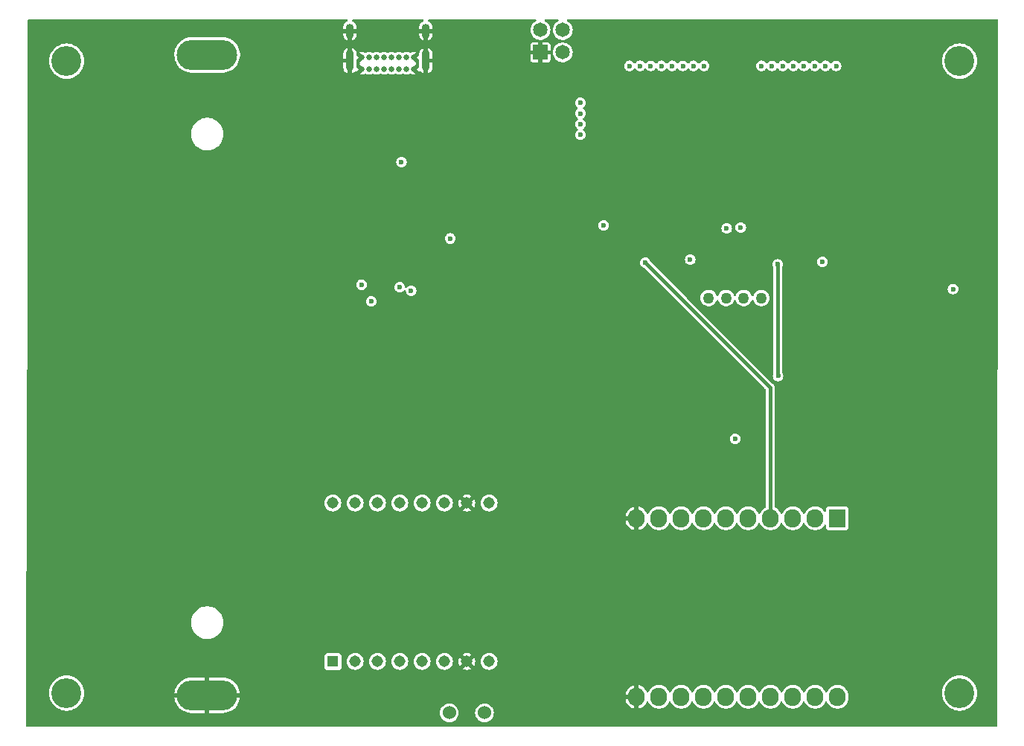
<source format=gbr>
%TF.GenerationSoftware,KiCad,Pcbnew,8.0.0*%
%TF.CreationDate,2025-02-08T12:11:07-03:30*%
%TF.ProjectId,H_Bridges,485f4272-6964-4676-9573-2e6b69636164,rev?*%
%TF.SameCoordinates,Original*%
%TF.FileFunction,Copper,L2,Inr*%
%TF.FilePolarity,Positive*%
%FSLAX46Y46*%
G04 Gerber Fmt 4.6, Leading zero omitted, Abs format (unit mm)*
G04 Created by KiCad (PCBNEW 8.0.0) date 2025-02-08 12:11:07*
%MOMM*%
%LPD*%
G01*
G04 APERTURE LIST*
%TA.AperFunction,ComponentPad*%
%ADD10C,3.400000*%
%TD*%
%TA.AperFunction,ComponentPad*%
%ADD11O,6.880000X3.440000*%
%TD*%
%TA.AperFunction,ComponentPad*%
%ADD12C,0.650000*%
%TD*%
%TA.AperFunction,ComponentPad*%
%ADD13O,0.900000X1.700000*%
%TD*%
%TA.AperFunction,ComponentPad*%
%ADD14O,0.900000X2.400000*%
%TD*%
%TA.AperFunction,ComponentPad*%
%ADD15R,1.900000X2.100000*%
%TD*%
%TA.AperFunction,ComponentPad*%
%ADD16O,1.900000X2.100000*%
%TD*%
%TA.AperFunction,ComponentPad*%
%ADD17C,1.524000*%
%TD*%
%TA.AperFunction,ComponentPad*%
%ADD18R,1.308000X1.308000*%
%TD*%
%TA.AperFunction,ComponentPad*%
%ADD19C,1.308000*%
%TD*%
%TA.AperFunction,ComponentPad*%
%ADD20R,1.651000X1.651000*%
%TD*%
%TA.AperFunction,ComponentPad*%
%ADD21C,1.651000*%
%TD*%
%TA.AperFunction,ComponentPad*%
%ADD22C,1.270000*%
%TD*%
%TA.AperFunction,ViaPad*%
%ADD23C,0.600000*%
%TD*%
%TA.AperFunction,Conductor*%
%ADD24C,0.200000*%
%TD*%
%TA.AperFunction,Conductor*%
%ADD25C,0.400000*%
%TD*%
G04 APERTURE END LIST*
D10*
%TO.N,unconnected-(H4-Pad1)*%
%TO.C,H4*%
X187300000Y-124200000D03*
%TD*%
%TO.N,unconnected-(H1-Pad1)*%
%TO.C,H1*%
X187300000Y-52250000D03*
%TD*%
%TO.N,unconnected-(H3-Pad1)*%
%TO.C,H3*%
X85700000Y-124200000D03*
%TD*%
D11*
%TO.N,GND*%
%TO.C,BT1*%
X101700000Y-124450000D03*
%TO.N,Net-(D10-K)*%
X101700000Y-51550000D03*
%TD*%
D10*
%TO.N,unconnected-(H2-Pad1)*%
%TO.C,H2*%
X85700000Y-52250000D03*
%TD*%
D12*
%TO.N,GND*%
%TO.C,J2*%
X125225000Y-53180000D03*
%TO.N,/Charger/VBUS*%
X124375000Y-53180000D03*
%TO.N,/Charger/CC1*%
X123525000Y-53180000D03*
%TO.N,/Charger/DP*%
X122675000Y-53180000D03*
%TO.N,/Charger/DN*%
X121825000Y-53180000D03*
%TO.N,unconnected-(J2-SBU1-PadA8)*%
X120975000Y-53180000D03*
%TO.N,/Charger/VBUS*%
X120125000Y-53180000D03*
%TO.N,GND*%
X119275000Y-53180000D03*
X119275000Y-51830000D03*
%TO.N,/Charger/VBUS*%
X120125000Y-51830000D03*
%TO.N,/Charger/CC2*%
X120975000Y-51830000D03*
%TO.N,/Charger/DP*%
X121825000Y-51830000D03*
%TO.N,/Charger/DN*%
X122675000Y-51830000D03*
%TO.N,unconnected-(J2-SBU2-PadB8)*%
X123525000Y-51830000D03*
%TO.N,/Charger/VBUS*%
X124375000Y-51830000D03*
%TO.N,GND*%
X125225000Y-51830000D03*
D13*
X126575000Y-48820000D03*
X117925000Y-48820000D03*
D14*
X126575000Y-52200000D03*
X117925000Y-52200000D03*
%TD*%
D15*
%TO.N,unconnected-(U1-RESET_5V-Pad1)*%
%TO.C,U1*%
X173390000Y-104300000D03*
D16*
%TO.N,unconnected-(U1-ADC-Pad2)*%
X170850000Y-104300000D03*
%TO.N,unconnected-(U1-CH_PD-Pad3)*%
X168310000Y-104300000D03*
%TO.N,/P2*%
X165770000Y-104300000D03*
%TO.N,/P1*%
X163230000Y-104300000D03*
%TO.N,/P3*%
X160690000Y-104300000D03*
%TO.N,/P4*%
X158150000Y-104300000D03*
%TO.N,unconnected-(U1-VIN-Pad8)*%
X155610000Y-104300000D03*
%TO.N,+5V*%
X153070000Y-104300000D03*
%TO.N,GND*%
X150530000Y-104300000D03*
X150530000Y-124620000D03*
%TO.N,unconnected-(U1-LDO_EN-Pad12)*%
X153070000Y-124620000D03*
%TO.N,+3V3*%
X155610000Y-124620000D03*
%TO.N,unconnected-(U1-GPIO15-Pad14)*%
X158150000Y-124620000D03*
%TO.N,unconnected-(U1-GPIO2-Pad15)*%
X160690000Y-124620000D03*
%TO.N,unconnected-(U1-GPIO0-Pad16)*%
X163230000Y-124620000D03*
%TO.N,unconnected-(U1-GPIO4-Pad17)*%
X165770000Y-124620000D03*
%TO.N,unconnected-(U1-GPIO5-Pad18)*%
X168310000Y-124620000D03*
%TO.N,/MP3_TX*%
X170850000Y-124620000D03*
%TO.N,/MP3_RX*%
X173390000Y-124620000D03*
%TD*%
D17*
%TO.N,/SPK+*%
%TO.C,LS1*%
X129250000Y-126450000D03*
%TO.N,/SPK-*%
X133250000Y-126450000D03*
%TD*%
D18*
%TO.N,+3V3*%
%TO.C,U4*%
X116000000Y-120600000D03*
D19*
%TO.N,Net-(U4-RX)*%
X118540000Y-120600000D03*
%TO.N,Net-(U4-TX)*%
X121080000Y-120600000D03*
%TO.N,unconnected-(U4-DAC_R-Pad4)*%
X123620000Y-120600000D03*
%TO.N,unconnected-(U4-DAC_L-Pad5)*%
X126160000Y-120600000D03*
%TO.N,/SPK+*%
X128700000Y-120600000D03*
%TO.N,GND*%
X131240000Y-120600000D03*
%TO.N,/SPK-*%
X133780000Y-120600000D03*
%TO.N,unconnected-(U4-IO1-Pad9)*%
X133780000Y-102566000D03*
%TO.N,GND*%
X131240000Y-102566000D03*
%TO.N,unconnected-(U4-IO2-Pad11)*%
X128700000Y-102566000D03*
%TO.N,unconnected-(U4-ADKEY1-Pad12)*%
X126160000Y-102566000D03*
%TO.N,unconnected-(U4-ADKEY2-Pad13)*%
X123620000Y-102566000D03*
%TO.N,unconnected-(U4-USB+-Pad14)*%
X121080000Y-102566000D03*
%TO.N,unconnected-(U4-USB--Pad15)*%
X118540000Y-102566000D03*
%TO.N,unconnected-(U4-BUSY-Pad16)*%
X116000000Y-102566000D03*
%TD*%
D20*
%TO.N,GND*%
%TO.C,LED1*%
X139611000Y-51267200D03*
D21*
%TO.N,Net-(LED1-Pad2)*%
X142151000Y-51267200D03*
%TO.N,Net-(U2-\u002ACHG)*%
X139611000Y-48727200D03*
%TO.N,VDD*%
X142151000Y-48727200D03*
%TD*%
D22*
%TO.N,/Coil_A+*%
%TO.C,J1*%
X164735849Y-79223350D03*
%TO.N,/Coil_B-*%
X162735850Y-79223350D03*
%TO.N,/Coil_A-*%
X160735849Y-79223350D03*
%TO.N,/Coil_B+*%
X158735851Y-79223350D03*
%TD*%
D23*
%TO.N,GND*%
X177400000Y-68100000D03*
X139600000Y-53450000D03*
X124050000Y-82900000D03*
X177800000Y-95750000D03*
X132270000Y-47940000D03*
X135859250Y-81559250D03*
X133700000Y-56200000D03*
X138000000Y-61950000D03*
X124925000Y-66260000D03*
X131100000Y-62050000D03*
X125125000Y-57580000D03*
X113100000Y-49920000D03*
X116300000Y-54420000D03*
X142100000Y-63650000D03*
X130289734Y-73800834D03*
X125125000Y-55680000D03*
X148450000Y-95650000D03*
X139900000Y-63650000D03*
X128289734Y-73800834D03*
X119950000Y-78300000D03*
X120550000Y-76550000D03*
X123000000Y-73200000D03*
X145600000Y-95650000D03*
X175400000Y-95700000D03*
X132180000Y-50790000D03*
X186600000Y-85200000D03*
X135930000Y-83400000D03*
X131627600Y-52910000D03*
%TO.N,Net-(D10-K)*%
X123600000Y-78000000D03*
X129350000Y-72450000D03*
%TO.N,VDD*%
X123800000Y-63750000D03*
%TO.N,+5V*%
X168392860Y-52800000D03*
X150950000Y-52800000D03*
X165964290Y-52800000D03*
X153378570Y-52800000D03*
X144150000Y-58214285D03*
X173250000Y-52800000D03*
X144150000Y-60642855D03*
X170821430Y-52800000D03*
X144150000Y-57000000D03*
X154592855Y-52800000D03*
X186550000Y-78200000D03*
X152164285Y-52800000D03*
X155807140Y-52800000D03*
X167178575Y-52800000D03*
X157021425Y-52800000D03*
X160800000Y-71300000D03*
X169607145Y-52800000D03*
X164750000Y-52800000D03*
X144150000Y-59428570D03*
X172035715Y-52800000D03*
X149735710Y-52800000D03*
X158235710Y-52800000D03*
X162400000Y-71200000D03*
X146800000Y-70950000D03*
%TO.N,Net-(Q10-S)*%
X119250000Y-77700000D03*
X120350000Y-79599999D03*
%TO.N,/P1*%
X166650000Y-88100000D03*
X166600000Y-75400000D03*
%TO.N,/P2*%
X151550000Y-75200000D03*
%TO.N,/P3*%
X156650000Y-74850000D03*
%TO.N,/P4*%
X171700000Y-75100000D03*
X161750000Y-95250000D03*
%TO.N,Net-(U2-\u002ACHG)*%
X124900000Y-78400000D03*
%TD*%
D24*
%TO.N,/P1*%
X166600000Y-88050000D02*
X166650000Y-88100000D01*
D25*
X166600000Y-75400000D02*
X166600000Y-88050000D01*
%TO.N,/P2*%
X151550000Y-75200000D02*
X165741200Y-89391200D01*
X165741200Y-89391200D02*
X165741200Y-104280000D01*
%TD*%
%TA.AperFunction,Conductor*%
%TO.N,GND*%
G36*
X117629881Y-47519685D02*
G01*
X117675636Y-47572489D01*
X117685580Y-47641647D01*
X117656555Y-47705203D01*
X117610295Y-47738561D01*
X117569745Y-47755357D01*
X117569735Y-47755362D01*
X117446903Y-47837436D01*
X117446899Y-47837439D01*
X117342439Y-47941899D01*
X117342436Y-47941903D01*
X117260362Y-48064735D01*
X117260357Y-48064745D01*
X117203822Y-48201232D01*
X117203820Y-48201240D01*
X117175000Y-48346126D01*
X117175000Y-48570000D01*
X117625000Y-48570000D01*
X117625000Y-49070000D01*
X117175000Y-49070000D01*
X117175000Y-49293873D01*
X117203820Y-49438759D01*
X117203822Y-49438767D01*
X117260357Y-49575254D01*
X117260362Y-49575264D01*
X117342436Y-49698096D01*
X117342439Y-49698100D01*
X117446899Y-49802560D01*
X117446907Y-49802566D01*
X117569739Y-49884640D01*
X117569743Y-49884642D01*
X117674999Y-49928240D01*
X117675000Y-49928240D01*
X117675000Y-49386988D01*
X117684940Y-49404205D01*
X117740795Y-49460060D01*
X117809204Y-49499556D01*
X117885504Y-49520000D01*
X117964496Y-49520000D01*
X118040796Y-49499556D01*
X118109205Y-49460060D01*
X118165060Y-49404205D01*
X118175000Y-49386988D01*
X118175000Y-49928240D01*
X118280256Y-49884642D01*
X118280260Y-49884640D01*
X118403092Y-49802566D01*
X118403100Y-49802560D01*
X118507560Y-49698100D01*
X118507563Y-49698096D01*
X118589637Y-49575264D01*
X118589642Y-49575254D01*
X118646177Y-49438767D01*
X118646179Y-49438759D01*
X118674999Y-49293873D01*
X118675000Y-49293871D01*
X118675000Y-49070000D01*
X118225000Y-49070000D01*
X118225000Y-48570000D01*
X118675000Y-48570000D01*
X118675000Y-48346128D01*
X118674999Y-48346126D01*
X118646179Y-48201240D01*
X118646177Y-48201232D01*
X118589642Y-48064745D01*
X118589637Y-48064735D01*
X118507563Y-47941903D01*
X118507560Y-47941899D01*
X118403100Y-47837439D01*
X118403096Y-47837436D01*
X118280264Y-47755362D01*
X118280254Y-47755357D01*
X118239705Y-47738561D01*
X118185302Y-47694720D01*
X118163237Y-47628425D01*
X118180516Y-47560726D01*
X118231654Y-47513116D01*
X118287158Y-47500000D01*
X126212842Y-47500000D01*
X126279881Y-47519685D01*
X126325636Y-47572489D01*
X126335580Y-47641647D01*
X126306555Y-47705203D01*
X126260295Y-47738561D01*
X126219745Y-47755357D01*
X126219735Y-47755362D01*
X126096903Y-47837436D01*
X126096899Y-47837439D01*
X125992439Y-47941899D01*
X125992436Y-47941903D01*
X125910362Y-48064735D01*
X125910357Y-48064745D01*
X125853822Y-48201232D01*
X125853820Y-48201240D01*
X125825000Y-48346126D01*
X125825000Y-48570000D01*
X126275000Y-48570000D01*
X126275000Y-49070000D01*
X125825000Y-49070000D01*
X125825000Y-49293873D01*
X125853820Y-49438759D01*
X125853822Y-49438767D01*
X125910357Y-49575254D01*
X125910362Y-49575264D01*
X125992436Y-49698096D01*
X125992439Y-49698100D01*
X126096899Y-49802560D01*
X126096907Y-49802566D01*
X126219739Y-49884640D01*
X126219743Y-49884642D01*
X126324999Y-49928240D01*
X126325000Y-49928240D01*
X126325000Y-49386988D01*
X126334940Y-49404205D01*
X126390795Y-49460060D01*
X126459204Y-49499556D01*
X126535504Y-49520000D01*
X126614496Y-49520000D01*
X126690796Y-49499556D01*
X126759205Y-49460060D01*
X126815060Y-49404205D01*
X126825000Y-49386988D01*
X126825000Y-49928240D01*
X126930256Y-49884642D01*
X126930260Y-49884640D01*
X127053092Y-49802566D01*
X127053100Y-49802560D01*
X127157560Y-49698100D01*
X127157563Y-49698096D01*
X127239637Y-49575264D01*
X127239642Y-49575254D01*
X127296177Y-49438767D01*
X127296179Y-49438759D01*
X127324999Y-49293873D01*
X127325000Y-49293871D01*
X127325000Y-49070000D01*
X126875000Y-49070000D01*
X126875000Y-48570000D01*
X127325000Y-48570000D01*
X127325000Y-48346128D01*
X127324999Y-48346126D01*
X127296179Y-48201240D01*
X127296177Y-48201232D01*
X127239642Y-48064745D01*
X127239637Y-48064735D01*
X127157563Y-47941903D01*
X127157560Y-47941899D01*
X127053100Y-47837439D01*
X127053096Y-47837436D01*
X126930264Y-47755362D01*
X126930254Y-47755357D01*
X126889705Y-47738561D01*
X126835302Y-47694720D01*
X126813237Y-47628425D01*
X126830516Y-47560726D01*
X126881654Y-47513116D01*
X126937158Y-47500000D01*
X139018254Y-47500000D01*
X139085293Y-47519685D01*
X139131048Y-47572489D01*
X139140992Y-47641647D01*
X139111967Y-47705203D01*
X139083531Y-47729427D01*
X138929527Y-47824781D01*
X138929525Y-47824783D01*
X138775312Y-47965366D01*
X138649554Y-48131897D01*
X138556542Y-48318688D01*
X138556536Y-48318703D01*
X138499430Y-48519410D01*
X138499429Y-48519412D01*
X138480176Y-48727199D01*
X138480176Y-48727200D01*
X138499429Y-48934987D01*
X138499430Y-48934989D01*
X138556536Y-49135696D01*
X138556542Y-49135711D01*
X138649554Y-49322502D01*
X138775312Y-49489033D01*
X138929525Y-49629616D01*
X138929527Y-49629618D01*
X139106944Y-49739470D01*
X139106950Y-49739473D01*
X139134122Y-49749999D01*
X139301535Y-49814856D01*
X139506661Y-49853200D01*
X139506664Y-49853200D01*
X139715336Y-49853200D01*
X139715339Y-49853200D01*
X139920465Y-49814856D01*
X140115052Y-49739472D01*
X140292474Y-49629617D01*
X140446689Y-49489031D01*
X140572446Y-49322502D01*
X140665462Y-49135701D01*
X140722570Y-48934988D01*
X140741824Y-48727200D01*
X140722570Y-48519412D01*
X140665462Y-48318699D01*
X140658244Y-48304204D01*
X140576701Y-48140444D01*
X140572446Y-48131898D01*
X140446689Y-47965369D01*
X140446687Y-47965366D01*
X140292474Y-47824783D01*
X140292472Y-47824781D01*
X140138469Y-47729427D01*
X140091833Y-47677399D01*
X140080729Y-47608418D01*
X140108682Y-47544383D01*
X140166817Y-47505627D01*
X140203746Y-47500000D01*
X141558254Y-47500000D01*
X141625293Y-47519685D01*
X141671048Y-47572489D01*
X141680992Y-47641647D01*
X141651967Y-47705203D01*
X141623531Y-47729427D01*
X141469527Y-47824781D01*
X141469525Y-47824783D01*
X141315312Y-47965366D01*
X141189554Y-48131897D01*
X141096542Y-48318688D01*
X141096536Y-48318703D01*
X141039430Y-48519410D01*
X141039429Y-48519412D01*
X141020176Y-48727199D01*
X141020176Y-48727200D01*
X141039429Y-48934987D01*
X141039430Y-48934989D01*
X141096536Y-49135696D01*
X141096542Y-49135711D01*
X141189554Y-49322502D01*
X141315312Y-49489033D01*
X141469525Y-49629616D01*
X141469527Y-49629618D01*
X141646944Y-49739470D01*
X141646950Y-49739473D01*
X141674122Y-49749999D01*
X141841535Y-49814856D01*
X142046661Y-49853200D01*
X142046664Y-49853200D01*
X142255336Y-49853200D01*
X142255339Y-49853200D01*
X142460465Y-49814856D01*
X142655052Y-49739472D01*
X142832474Y-49629617D01*
X142986689Y-49489031D01*
X143112446Y-49322502D01*
X143205462Y-49135701D01*
X143262570Y-48934988D01*
X143281824Y-48727200D01*
X143262570Y-48519412D01*
X143205462Y-48318699D01*
X143198244Y-48304204D01*
X143116701Y-48140444D01*
X143112446Y-48131898D01*
X142986689Y-47965369D01*
X142986687Y-47965366D01*
X142832474Y-47824783D01*
X142832472Y-47824781D01*
X142678469Y-47729427D01*
X142631833Y-47677399D01*
X142620729Y-47608418D01*
X142648682Y-47544383D01*
X142706817Y-47505627D01*
X142743746Y-47500000D01*
X191575846Y-47500000D01*
X191642885Y-47519685D01*
X191688640Y-47572489D01*
X191699845Y-47624153D01*
X191600278Y-127875656D01*
X191580511Y-127942669D01*
X191527650Y-127988358D01*
X191476279Y-127999500D01*
X81224557Y-127999500D01*
X81157518Y-127979815D01*
X81111763Y-127927011D01*
X81100557Y-127875195D01*
X81109677Y-124200000D01*
X83694390Y-124200000D01*
X83714804Y-124485433D01*
X83775628Y-124765037D01*
X83775630Y-124765043D01*
X83775631Y-124765046D01*
X83873746Y-125028102D01*
X83875635Y-125033166D01*
X84012770Y-125284309D01*
X84012775Y-125284317D01*
X84184254Y-125513387D01*
X84184270Y-125513405D01*
X84386594Y-125715729D01*
X84386612Y-125715745D01*
X84615682Y-125887224D01*
X84615690Y-125887229D01*
X84866833Y-126024364D01*
X84866832Y-126024364D01*
X84866836Y-126024365D01*
X84866839Y-126024367D01*
X85134954Y-126124369D01*
X85134960Y-126124370D01*
X85134962Y-126124371D01*
X85414566Y-126185195D01*
X85414568Y-126185195D01*
X85414572Y-126185196D01*
X85668220Y-126203337D01*
X85699999Y-126205610D01*
X85700000Y-126205610D01*
X85700001Y-126205610D01*
X85728595Y-126203564D01*
X85985428Y-126185196D01*
X86224612Y-126133165D01*
X86265037Y-126124371D01*
X86265037Y-126124370D01*
X86265046Y-126124369D01*
X86533161Y-126024367D01*
X86784315Y-125887226D01*
X87013395Y-125715739D01*
X87215739Y-125513395D01*
X87387226Y-125284315D01*
X87524367Y-125033161D01*
X87624369Y-124765046D01*
X87685196Y-124485428D01*
X87705610Y-124200000D01*
X97975482Y-124200000D01*
X100546702Y-124200000D01*
X100526516Y-124248734D01*
X100500000Y-124382041D01*
X100500000Y-124517959D01*
X100526516Y-124651266D01*
X100546702Y-124700000D01*
X97975483Y-124700000D01*
X97994562Y-124844919D01*
X97994564Y-124844930D01*
X98063096Y-125100699D01*
X98164425Y-125345331D01*
X98164433Y-125345347D01*
X98296823Y-125574652D01*
X98296834Y-125574668D01*
X98458023Y-125784734D01*
X98458029Y-125784741D01*
X98645258Y-125971970D01*
X98645265Y-125971976D01*
X98855331Y-126133165D01*
X98855347Y-126133176D01*
X99084652Y-126265566D01*
X99084668Y-126265574D01*
X99329300Y-126366903D01*
X99585072Y-126435436D01*
X99847594Y-126469999D01*
X99847609Y-126470000D01*
X101450000Y-126470000D01*
X101450000Y-125140000D01*
X101950000Y-125140000D01*
X101950000Y-126470000D01*
X103552391Y-126470000D01*
X103552405Y-126469999D01*
X103704307Y-126450000D01*
X128182359Y-126450000D01*
X128202872Y-126658284D01*
X128263629Y-126858571D01*
X128362291Y-127043153D01*
X128495063Y-127204936D01*
X128656846Y-127337708D01*
X128656850Y-127337711D01*
X128841431Y-127436372D01*
X129041714Y-127497127D01*
X129250000Y-127517641D01*
X129458286Y-127497127D01*
X129658569Y-127436372D01*
X129843150Y-127337711D01*
X130004936Y-127204936D01*
X130137711Y-127043150D01*
X130236372Y-126858569D01*
X130297127Y-126658286D01*
X130317641Y-126450000D01*
X132182359Y-126450000D01*
X132202872Y-126658284D01*
X132263629Y-126858571D01*
X132362291Y-127043153D01*
X132495063Y-127204936D01*
X132656846Y-127337708D01*
X132656850Y-127337711D01*
X132841431Y-127436372D01*
X133041714Y-127497127D01*
X133250000Y-127517641D01*
X133458286Y-127497127D01*
X133658569Y-127436372D01*
X133843150Y-127337711D01*
X134004936Y-127204936D01*
X134137711Y-127043150D01*
X134236372Y-126858569D01*
X134297127Y-126658286D01*
X134317641Y-126450000D01*
X134297127Y-126241714D01*
X134236372Y-126041431D01*
X134137711Y-125856850D01*
X134082106Y-125789095D01*
X134004936Y-125695063D01*
X133843153Y-125562291D01*
X133843151Y-125562290D01*
X133843150Y-125562289D01*
X133658569Y-125463628D01*
X133558427Y-125433250D01*
X133458284Y-125402872D01*
X133250000Y-125382359D01*
X133041715Y-125402872D01*
X132841428Y-125463629D01*
X132656846Y-125562291D01*
X132495063Y-125695063D01*
X132362291Y-125856846D01*
X132263629Y-126041428D01*
X132202872Y-126241715D01*
X132182359Y-126450000D01*
X130317641Y-126450000D01*
X130297127Y-126241714D01*
X130236372Y-126041431D01*
X130137711Y-125856850D01*
X130082106Y-125789095D01*
X130004936Y-125695063D01*
X129843153Y-125562291D01*
X129843151Y-125562290D01*
X129843150Y-125562289D01*
X129658569Y-125463628D01*
X129558427Y-125433250D01*
X129458284Y-125402872D01*
X129250000Y-125382359D01*
X129041715Y-125402872D01*
X128841428Y-125463629D01*
X128656846Y-125562291D01*
X128495063Y-125695063D01*
X128362291Y-125856846D01*
X128263629Y-126041428D01*
X128202872Y-126241715D01*
X128182359Y-126450000D01*
X103704307Y-126450000D01*
X103814927Y-126435436D01*
X104070699Y-126366903D01*
X104315331Y-126265574D01*
X104315347Y-126265566D01*
X104544652Y-126133176D01*
X104544668Y-126133165D01*
X104754734Y-125971976D01*
X104754741Y-125971970D01*
X104941970Y-125784741D01*
X104941976Y-125784734D01*
X105103165Y-125574668D01*
X105103176Y-125574652D01*
X105235566Y-125345347D01*
X105235574Y-125345331D01*
X105336903Y-125100699D01*
X105398718Y-124870000D01*
X149288176Y-124870000D01*
X149310778Y-125012705D01*
X149371581Y-125199835D01*
X149460904Y-125375143D01*
X149576555Y-125534321D01*
X149715678Y-125673444D01*
X149874856Y-125789095D01*
X150050162Y-125878418D01*
X150237283Y-125939218D01*
X150280000Y-125945984D01*
X150280000Y-125064560D01*
X150333147Y-125095245D01*
X150462857Y-125130000D01*
X150597143Y-125130000D01*
X150726853Y-125095245D01*
X150780000Y-125064560D01*
X150780000Y-125945983D01*
X150822716Y-125939218D01*
X151009837Y-125878418D01*
X151185143Y-125789095D01*
X151344321Y-125673444D01*
X151483444Y-125534321D01*
X151599097Y-125375141D01*
X151689234Y-125198236D01*
X151737208Y-125147439D01*
X151805029Y-125130644D01*
X151871164Y-125153181D01*
X151910204Y-125198235D01*
X151911115Y-125200024D01*
X151911116Y-125200025D01*
X152000476Y-125375405D01*
X152116172Y-125534646D01*
X152255354Y-125673828D01*
X152414595Y-125789524D01*
X152497455Y-125831743D01*
X152589970Y-125878882D01*
X152589972Y-125878882D01*
X152589975Y-125878884D01*
X152690317Y-125911487D01*
X152777173Y-125939709D01*
X152971578Y-125970500D01*
X152971583Y-125970500D01*
X153168422Y-125970500D01*
X153362826Y-125939709D01*
X153364337Y-125939218D01*
X153550025Y-125878884D01*
X153725405Y-125789524D01*
X153884646Y-125673828D01*
X154023828Y-125534646D01*
X154139524Y-125375405D01*
X154185936Y-125284315D01*
X154229515Y-125198787D01*
X154277489Y-125147990D01*
X154345310Y-125131195D01*
X154411445Y-125153732D01*
X154450485Y-125198787D01*
X154540474Y-125375403D01*
X154545528Y-125382359D01*
X154656172Y-125534646D01*
X154795354Y-125673828D01*
X154954595Y-125789524D01*
X155037455Y-125831743D01*
X155129970Y-125878882D01*
X155129972Y-125878882D01*
X155129975Y-125878884D01*
X155230317Y-125911487D01*
X155317173Y-125939709D01*
X155511578Y-125970500D01*
X155511583Y-125970500D01*
X155708422Y-125970500D01*
X155902826Y-125939709D01*
X155904337Y-125939218D01*
X156090025Y-125878884D01*
X156265405Y-125789524D01*
X156424646Y-125673828D01*
X156563828Y-125534646D01*
X156679524Y-125375405D01*
X156725936Y-125284315D01*
X156769515Y-125198787D01*
X156817489Y-125147990D01*
X156885310Y-125131195D01*
X156951445Y-125153732D01*
X156990485Y-125198787D01*
X157080474Y-125375403D01*
X157085528Y-125382359D01*
X157196172Y-125534646D01*
X157335354Y-125673828D01*
X157494595Y-125789524D01*
X157577455Y-125831743D01*
X157669970Y-125878882D01*
X157669972Y-125878882D01*
X157669975Y-125878884D01*
X157770317Y-125911487D01*
X157857173Y-125939709D01*
X158051578Y-125970500D01*
X158051583Y-125970500D01*
X158248422Y-125970500D01*
X158442826Y-125939709D01*
X158444337Y-125939218D01*
X158630025Y-125878884D01*
X158805405Y-125789524D01*
X158964646Y-125673828D01*
X159103828Y-125534646D01*
X159219524Y-125375405D01*
X159265936Y-125284315D01*
X159309515Y-125198787D01*
X159357489Y-125147990D01*
X159425310Y-125131195D01*
X159491445Y-125153732D01*
X159530485Y-125198787D01*
X159620474Y-125375403D01*
X159625528Y-125382359D01*
X159736172Y-125534646D01*
X159875354Y-125673828D01*
X160034595Y-125789524D01*
X160117455Y-125831743D01*
X160209970Y-125878882D01*
X160209972Y-125878882D01*
X160209975Y-125878884D01*
X160310317Y-125911487D01*
X160397173Y-125939709D01*
X160591578Y-125970500D01*
X160591583Y-125970500D01*
X160788422Y-125970500D01*
X160982826Y-125939709D01*
X160984337Y-125939218D01*
X161170025Y-125878884D01*
X161345405Y-125789524D01*
X161504646Y-125673828D01*
X161643828Y-125534646D01*
X161759524Y-125375405D01*
X161805936Y-125284315D01*
X161849515Y-125198787D01*
X161897489Y-125147990D01*
X161965310Y-125131195D01*
X162031445Y-125153732D01*
X162070485Y-125198787D01*
X162160474Y-125375403D01*
X162165528Y-125382359D01*
X162276172Y-125534646D01*
X162415354Y-125673828D01*
X162574595Y-125789524D01*
X162657455Y-125831743D01*
X162749970Y-125878882D01*
X162749972Y-125878882D01*
X162749975Y-125878884D01*
X162850317Y-125911487D01*
X162937173Y-125939709D01*
X163131578Y-125970500D01*
X163131583Y-125970500D01*
X163328422Y-125970500D01*
X163522826Y-125939709D01*
X163524337Y-125939218D01*
X163710025Y-125878884D01*
X163885405Y-125789524D01*
X164044646Y-125673828D01*
X164183828Y-125534646D01*
X164299524Y-125375405D01*
X164345936Y-125284315D01*
X164389515Y-125198787D01*
X164437489Y-125147990D01*
X164505310Y-125131195D01*
X164571445Y-125153732D01*
X164610485Y-125198787D01*
X164700474Y-125375403D01*
X164705528Y-125382359D01*
X164816172Y-125534646D01*
X164955354Y-125673828D01*
X165114595Y-125789524D01*
X165197455Y-125831743D01*
X165289970Y-125878882D01*
X165289972Y-125878882D01*
X165289975Y-125878884D01*
X165390317Y-125911487D01*
X165477173Y-125939709D01*
X165671578Y-125970500D01*
X165671583Y-125970500D01*
X165868422Y-125970500D01*
X166062826Y-125939709D01*
X166064337Y-125939218D01*
X166250025Y-125878884D01*
X166425405Y-125789524D01*
X166584646Y-125673828D01*
X166723828Y-125534646D01*
X166839524Y-125375405D01*
X166885936Y-125284315D01*
X166929515Y-125198787D01*
X166977489Y-125147990D01*
X167045310Y-125131195D01*
X167111445Y-125153732D01*
X167150485Y-125198787D01*
X167240474Y-125375403D01*
X167245528Y-125382359D01*
X167356172Y-125534646D01*
X167495354Y-125673828D01*
X167654595Y-125789524D01*
X167737455Y-125831743D01*
X167829970Y-125878882D01*
X167829972Y-125878882D01*
X167829975Y-125878884D01*
X167930317Y-125911487D01*
X168017173Y-125939709D01*
X168211578Y-125970500D01*
X168211583Y-125970500D01*
X168408422Y-125970500D01*
X168602826Y-125939709D01*
X168604337Y-125939218D01*
X168790025Y-125878884D01*
X168965405Y-125789524D01*
X169124646Y-125673828D01*
X169263828Y-125534646D01*
X169379524Y-125375405D01*
X169425936Y-125284315D01*
X169469515Y-125198787D01*
X169517489Y-125147990D01*
X169585310Y-125131195D01*
X169651445Y-125153732D01*
X169690485Y-125198787D01*
X169780474Y-125375403D01*
X169785528Y-125382359D01*
X169896172Y-125534646D01*
X170035354Y-125673828D01*
X170194595Y-125789524D01*
X170277455Y-125831743D01*
X170369970Y-125878882D01*
X170369972Y-125878882D01*
X170369975Y-125878884D01*
X170470317Y-125911487D01*
X170557173Y-125939709D01*
X170751578Y-125970500D01*
X170751583Y-125970500D01*
X170948422Y-125970500D01*
X171142826Y-125939709D01*
X171144337Y-125939218D01*
X171330025Y-125878884D01*
X171505405Y-125789524D01*
X171664646Y-125673828D01*
X171803828Y-125534646D01*
X171919524Y-125375405D01*
X171965936Y-125284315D01*
X172009515Y-125198787D01*
X172057489Y-125147990D01*
X172125310Y-125131195D01*
X172191445Y-125153732D01*
X172230485Y-125198787D01*
X172320474Y-125375403D01*
X172325528Y-125382359D01*
X172436172Y-125534646D01*
X172575354Y-125673828D01*
X172734595Y-125789524D01*
X172817455Y-125831743D01*
X172909970Y-125878882D01*
X172909972Y-125878882D01*
X172909975Y-125878884D01*
X173010317Y-125911487D01*
X173097173Y-125939709D01*
X173291578Y-125970500D01*
X173291583Y-125970500D01*
X173488422Y-125970500D01*
X173682826Y-125939709D01*
X173684337Y-125939218D01*
X173870025Y-125878884D01*
X174045405Y-125789524D01*
X174204646Y-125673828D01*
X174343828Y-125534646D01*
X174459524Y-125375405D01*
X174548884Y-125200025D01*
X174609709Y-125012826D01*
X174609728Y-125012705D01*
X174640500Y-124818422D01*
X174640500Y-124421577D01*
X174609709Y-124227173D01*
X174600880Y-124200000D01*
X185294390Y-124200000D01*
X185314804Y-124485433D01*
X185375628Y-124765037D01*
X185375630Y-124765043D01*
X185375631Y-124765046D01*
X185473746Y-125028102D01*
X185475635Y-125033166D01*
X185612770Y-125284309D01*
X185612775Y-125284317D01*
X185784254Y-125513387D01*
X185784270Y-125513405D01*
X185986594Y-125715729D01*
X185986612Y-125715745D01*
X186215682Y-125887224D01*
X186215690Y-125887229D01*
X186466833Y-126024364D01*
X186466832Y-126024364D01*
X186466836Y-126024365D01*
X186466839Y-126024367D01*
X186734954Y-126124369D01*
X186734960Y-126124370D01*
X186734962Y-126124371D01*
X187014566Y-126185195D01*
X187014568Y-126185195D01*
X187014572Y-126185196D01*
X187268220Y-126203337D01*
X187299999Y-126205610D01*
X187300000Y-126205610D01*
X187300001Y-126205610D01*
X187328595Y-126203564D01*
X187585428Y-126185196D01*
X187824612Y-126133165D01*
X187865037Y-126124371D01*
X187865037Y-126124370D01*
X187865046Y-126124369D01*
X188133161Y-126024367D01*
X188384315Y-125887226D01*
X188613395Y-125715739D01*
X188815739Y-125513395D01*
X188987226Y-125284315D01*
X189124367Y-125033161D01*
X189224369Y-124765046D01*
X189285196Y-124485428D01*
X189305610Y-124200000D01*
X189285196Y-123914572D01*
X189224369Y-123634954D01*
X189124367Y-123366839D01*
X189088028Y-123300290D01*
X188987229Y-123115690D01*
X188987224Y-123115682D01*
X188815745Y-122886612D01*
X188815729Y-122886594D01*
X188613405Y-122684270D01*
X188613387Y-122684254D01*
X188384317Y-122512775D01*
X188384309Y-122512770D01*
X188133166Y-122375635D01*
X188133167Y-122375635D01*
X188025915Y-122335632D01*
X187865046Y-122275631D01*
X187865043Y-122275630D01*
X187865037Y-122275628D01*
X187585433Y-122214804D01*
X187300001Y-122194390D01*
X187299999Y-122194390D01*
X187014566Y-122214804D01*
X186734962Y-122275628D01*
X186466833Y-122375635D01*
X186215690Y-122512770D01*
X186215682Y-122512775D01*
X185986612Y-122684254D01*
X185986594Y-122684270D01*
X185784270Y-122886594D01*
X185784254Y-122886612D01*
X185612775Y-123115682D01*
X185612770Y-123115690D01*
X185475635Y-123366833D01*
X185375628Y-123634962D01*
X185314804Y-123914566D01*
X185294390Y-124199998D01*
X185294390Y-124200000D01*
X174600880Y-124200000D01*
X174548882Y-124039970D01*
X174484718Y-123914042D01*
X174459524Y-123864595D01*
X174343828Y-123705354D01*
X174204646Y-123566172D01*
X174045405Y-123450476D01*
X173870029Y-123361117D01*
X173682826Y-123300290D01*
X173488422Y-123269500D01*
X173488417Y-123269500D01*
X173291583Y-123269500D01*
X173291578Y-123269500D01*
X173097173Y-123300290D01*
X172909970Y-123361117D01*
X172734594Y-123450476D01*
X172643741Y-123516485D01*
X172575354Y-123566172D01*
X172575352Y-123566174D01*
X172575351Y-123566174D01*
X172436174Y-123705351D01*
X172436174Y-123705352D01*
X172436172Y-123705354D01*
X172435937Y-123705678D01*
X172320476Y-123864594D01*
X172230485Y-124041213D01*
X172182511Y-124092009D01*
X172114690Y-124108804D01*
X172048555Y-124086267D01*
X172009515Y-124041213D01*
X171944718Y-123914042D01*
X171919524Y-123864595D01*
X171803828Y-123705354D01*
X171664646Y-123566172D01*
X171505405Y-123450476D01*
X171330029Y-123361117D01*
X171142826Y-123300290D01*
X170948422Y-123269500D01*
X170948417Y-123269500D01*
X170751583Y-123269500D01*
X170751578Y-123269500D01*
X170557173Y-123300290D01*
X170369970Y-123361117D01*
X170194594Y-123450476D01*
X170103741Y-123516485D01*
X170035354Y-123566172D01*
X170035352Y-123566174D01*
X170035351Y-123566174D01*
X169896174Y-123705351D01*
X169896174Y-123705352D01*
X169896172Y-123705354D01*
X169895937Y-123705678D01*
X169780476Y-123864594D01*
X169690485Y-124041213D01*
X169642511Y-124092009D01*
X169574690Y-124108804D01*
X169508555Y-124086267D01*
X169469515Y-124041213D01*
X169404718Y-123914042D01*
X169379524Y-123864595D01*
X169263828Y-123705354D01*
X169124646Y-123566172D01*
X168965405Y-123450476D01*
X168790029Y-123361117D01*
X168602826Y-123300290D01*
X168408422Y-123269500D01*
X168408417Y-123269500D01*
X168211583Y-123269500D01*
X168211578Y-123269500D01*
X168017173Y-123300290D01*
X167829970Y-123361117D01*
X167654594Y-123450476D01*
X167563741Y-123516485D01*
X167495354Y-123566172D01*
X167495352Y-123566174D01*
X167495351Y-123566174D01*
X167356174Y-123705351D01*
X167356174Y-123705352D01*
X167356172Y-123705354D01*
X167355937Y-123705678D01*
X167240476Y-123864594D01*
X167150485Y-124041213D01*
X167102511Y-124092009D01*
X167034690Y-124108804D01*
X166968555Y-124086267D01*
X166929515Y-124041213D01*
X166864718Y-123914042D01*
X166839524Y-123864595D01*
X166723828Y-123705354D01*
X166584646Y-123566172D01*
X166425405Y-123450476D01*
X166250029Y-123361117D01*
X166062826Y-123300290D01*
X165868422Y-123269500D01*
X165868417Y-123269500D01*
X165671583Y-123269500D01*
X165671578Y-123269500D01*
X165477173Y-123300290D01*
X165289970Y-123361117D01*
X165114594Y-123450476D01*
X165023741Y-123516485D01*
X164955354Y-123566172D01*
X164955352Y-123566174D01*
X164955351Y-123566174D01*
X164816174Y-123705351D01*
X164816174Y-123705352D01*
X164816172Y-123705354D01*
X164815937Y-123705678D01*
X164700476Y-123864594D01*
X164610485Y-124041213D01*
X164562511Y-124092009D01*
X164494690Y-124108804D01*
X164428555Y-124086267D01*
X164389515Y-124041213D01*
X164324718Y-123914042D01*
X164299524Y-123864595D01*
X164183828Y-123705354D01*
X164044646Y-123566172D01*
X163885405Y-123450476D01*
X163710029Y-123361117D01*
X163522826Y-123300290D01*
X163328422Y-123269500D01*
X163328417Y-123269500D01*
X163131583Y-123269500D01*
X163131578Y-123269500D01*
X162937173Y-123300290D01*
X162749970Y-123361117D01*
X162574594Y-123450476D01*
X162483741Y-123516485D01*
X162415354Y-123566172D01*
X162415352Y-123566174D01*
X162415351Y-123566174D01*
X162276174Y-123705351D01*
X162276174Y-123705352D01*
X162276172Y-123705354D01*
X162275937Y-123705678D01*
X162160476Y-123864594D01*
X162070485Y-124041213D01*
X162022511Y-124092009D01*
X161954690Y-124108804D01*
X161888555Y-124086267D01*
X161849515Y-124041213D01*
X161784718Y-123914042D01*
X161759524Y-123864595D01*
X161643828Y-123705354D01*
X161504646Y-123566172D01*
X161345405Y-123450476D01*
X161170029Y-123361117D01*
X160982826Y-123300290D01*
X160788422Y-123269500D01*
X160788417Y-123269500D01*
X160591583Y-123269500D01*
X160591578Y-123269500D01*
X160397173Y-123300290D01*
X160209970Y-123361117D01*
X160034594Y-123450476D01*
X159943741Y-123516485D01*
X159875354Y-123566172D01*
X159875352Y-123566174D01*
X159875351Y-123566174D01*
X159736174Y-123705351D01*
X159736174Y-123705352D01*
X159736172Y-123705354D01*
X159735937Y-123705678D01*
X159620476Y-123864594D01*
X159530485Y-124041213D01*
X159482511Y-124092009D01*
X159414690Y-124108804D01*
X159348555Y-124086267D01*
X159309515Y-124041213D01*
X159244718Y-123914042D01*
X159219524Y-123864595D01*
X159103828Y-123705354D01*
X158964646Y-123566172D01*
X158805405Y-123450476D01*
X158630029Y-123361117D01*
X158442826Y-123300290D01*
X158248422Y-123269500D01*
X158248417Y-123269500D01*
X158051583Y-123269500D01*
X158051578Y-123269500D01*
X157857173Y-123300290D01*
X157669970Y-123361117D01*
X157494594Y-123450476D01*
X157403741Y-123516485D01*
X157335354Y-123566172D01*
X157335352Y-123566174D01*
X157335351Y-123566174D01*
X157196174Y-123705351D01*
X157196174Y-123705352D01*
X157196172Y-123705354D01*
X157195937Y-123705678D01*
X157080476Y-123864594D01*
X156990485Y-124041213D01*
X156942511Y-124092009D01*
X156874690Y-124108804D01*
X156808555Y-124086267D01*
X156769515Y-124041213D01*
X156704718Y-123914042D01*
X156679524Y-123864595D01*
X156563828Y-123705354D01*
X156424646Y-123566172D01*
X156265405Y-123450476D01*
X156090029Y-123361117D01*
X155902826Y-123300290D01*
X155708422Y-123269500D01*
X155708417Y-123269500D01*
X155511583Y-123269500D01*
X155511578Y-123269500D01*
X155317173Y-123300290D01*
X155129970Y-123361117D01*
X154954594Y-123450476D01*
X154863741Y-123516485D01*
X154795354Y-123566172D01*
X154795352Y-123566174D01*
X154795351Y-123566174D01*
X154656174Y-123705351D01*
X154656174Y-123705352D01*
X154656172Y-123705354D01*
X154655937Y-123705678D01*
X154540476Y-123864594D01*
X154450485Y-124041213D01*
X154402511Y-124092009D01*
X154334690Y-124108804D01*
X154268555Y-124086267D01*
X154229515Y-124041213D01*
X154164718Y-123914042D01*
X154139524Y-123864595D01*
X154023828Y-123705354D01*
X153884646Y-123566172D01*
X153725405Y-123450476D01*
X153550029Y-123361117D01*
X153362826Y-123300290D01*
X153168422Y-123269500D01*
X153168417Y-123269500D01*
X152971583Y-123269500D01*
X152971578Y-123269500D01*
X152777173Y-123300290D01*
X152589970Y-123361117D01*
X152414594Y-123450476D01*
X152323741Y-123516485D01*
X152255354Y-123566172D01*
X152255352Y-123566174D01*
X152255351Y-123566174D01*
X152116174Y-123705351D01*
X152116174Y-123705352D01*
X152116172Y-123705354D01*
X152115937Y-123705678D01*
X152000476Y-123864594D01*
X151910204Y-124041764D01*
X151862229Y-124092560D01*
X151794408Y-124109355D01*
X151728274Y-124086818D01*
X151689234Y-124041764D01*
X151599095Y-123864856D01*
X151483444Y-123705678D01*
X151344321Y-123566555D01*
X151185143Y-123450904D01*
X151009835Y-123361581D01*
X150822705Y-123300778D01*
X150780000Y-123294014D01*
X150780000Y-124175439D01*
X150726853Y-124144755D01*
X150597143Y-124110000D01*
X150462857Y-124110000D01*
X150333147Y-124144755D01*
X150280000Y-124175439D01*
X150280000Y-123294014D01*
X150279999Y-123294014D01*
X150237294Y-123300778D01*
X150050164Y-123361581D01*
X149874856Y-123450904D01*
X149715678Y-123566555D01*
X149576555Y-123705678D01*
X149460904Y-123864856D01*
X149371581Y-124040164D01*
X149310778Y-124227294D01*
X149288176Y-124370000D01*
X150085440Y-124370000D01*
X150054755Y-124423147D01*
X150020000Y-124552857D01*
X150020000Y-124687143D01*
X150054755Y-124816853D01*
X150085440Y-124870000D01*
X149288176Y-124870000D01*
X105398718Y-124870000D01*
X105405435Y-124844930D01*
X105405437Y-124844919D01*
X105424517Y-124700000D01*
X102853298Y-124700000D01*
X102873484Y-124651266D01*
X102900000Y-124517959D01*
X102900000Y-124382041D01*
X102873484Y-124248734D01*
X102853298Y-124200000D01*
X105424517Y-124200000D01*
X105405437Y-124055080D01*
X105405435Y-124055069D01*
X105336903Y-123799300D01*
X105235574Y-123554668D01*
X105235566Y-123554652D01*
X105103176Y-123325347D01*
X105103165Y-123325331D01*
X104941976Y-123115265D01*
X104941970Y-123115258D01*
X104754741Y-122928029D01*
X104754734Y-122928023D01*
X104544668Y-122766834D01*
X104544652Y-122766823D01*
X104315347Y-122634433D01*
X104315331Y-122634425D01*
X104070699Y-122533096D01*
X103814927Y-122464563D01*
X103552405Y-122430000D01*
X101950000Y-122430000D01*
X101950000Y-123760000D01*
X101450000Y-123760000D01*
X101450000Y-122430000D01*
X99847594Y-122430000D01*
X99585072Y-122464563D01*
X99329300Y-122533096D01*
X99084668Y-122634425D01*
X99084652Y-122634433D01*
X98855347Y-122766823D01*
X98855331Y-122766834D01*
X98645265Y-122928023D01*
X98645258Y-122928029D01*
X98458029Y-123115258D01*
X98458023Y-123115265D01*
X98296834Y-123325331D01*
X98296823Y-123325347D01*
X98164433Y-123554652D01*
X98164425Y-123554668D01*
X98063096Y-123799300D01*
X97994564Y-124055069D01*
X97994562Y-124055080D01*
X97975482Y-124200000D01*
X87705610Y-124200000D01*
X87685196Y-123914572D01*
X87624369Y-123634954D01*
X87524367Y-123366839D01*
X87488028Y-123300290D01*
X87387229Y-123115690D01*
X87387224Y-123115682D01*
X87215745Y-122886612D01*
X87215729Y-122886594D01*
X87013405Y-122684270D01*
X87013387Y-122684254D01*
X86784317Y-122512775D01*
X86784309Y-122512770D01*
X86533166Y-122375635D01*
X86533167Y-122375635D01*
X86425915Y-122335632D01*
X86265046Y-122275631D01*
X86265043Y-122275630D01*
X86265037Y-122275628D01*
X85985433Y-122214804D01*
X85700001Y-122194390D01*
X85699999Y-122194390D01*
X85414566Y-122214804D01*
X85134962Y-122275628D01*
X84866833Y-122375635D01*
X84615690Y-122512770D01*
X84615682Y-122512775D01*
X84386612Y-122684254D01*
X84386594Y-122684270D01*
X84184270Y-122886594D01*
X84184254Y-122886612D01*
X84012775Y-123115682D01*
X84012770Y-123115690D01*
X83875635Y-123366833D01*
X83775628Y-123634962D01*
X83714804Y-123914566D01*
X83694390Y-124199998D01*
X83694390Y-124200000D01*
X81109677Y-124200000D01*
X81116876Y-121298856D01*
X115045500Y-121298856D01*
X115045502Y-121298882D01*
X115048413Y-121323987D01*
X115048415Y-121323991D01*
X115093793Y-121426764D01*
X115093794Y-121426765D01*
X115173235Y-121506206D01*
X115276009Y-121551585D01*
X115301135Y-121554500D01*
X116698864Y-121554499D01*
X116698879Y-121554497D01*
X116698882Y-121554497D01*
X116723987Y-121551586D01*
X116723988Y-121551585D01*
X116723991Y-121551585D01*
X116826765Y-121506206D01*
X116906206Y-121426765D01*
X116951585Y-121323991D01*
X116954500Y-121298865D01*
X116954499Y-120600000D01*
X117580882Y-120600000D01*
X117599310Y-120787115D01*
X117599311Y-120787117D01*
X117653891Y-120967040D01*
X117742518Y-121132851D01*
X117742523Y-121132857D01*
X117861800Y-121278199D01*
X118007142Y-121397476D01*
X118007148Y-121397481D01*
X118172091Y-121485644D01*
X118172961Y-121486109D01*
X118351260Y-121540196D01*
X118352882Y-121540688D01*
X118352884Y-121540689D01*
X118369660Y-121542341D01*
X118540000Y-121559118D01*
X118727115Y-121540689D01*
X118907039Y-121486109D01*
X118968373Y-121453324D01*
X119072851Y-121397481D01*
X119072853Y-121397478D01*
X119072857Y-121397477D01*
X119218199Y-121278199D01*
X119337477Y-121132857D01*
X119337478Y-121132853D01*
X119337481Y-121132851D01*
X119426108Y-120967040D01*
X119426109Y-120967039D01*
X119480689Y-120787115D01*
X119499118Y-120600000D01*
X120120882Y-120600000D01*
X120139310Y-120787115D01*
X120139311Y-120787117D01*
X120193891Y-120967040D01*
X120282518Y-121132851D01*
X120282523Y-121132857D01*
X120401800Y-121278199D01*
X120547142Y-121397476D01*
X120547148Y-121397481D01*
X120712091Y-121485644D01*
X120712961Y-121486109D01*
X120891260Y-121540196D01*
X120892882Y-121540688D01*
X120892884Y-121540689D01*
X120909660Y-121542341D01*
X121080000Y-121559118D01*
X121267115Y-121540689D01*
X121447039Y-121486109D01*
X121508373Y-121453324D01*
X121612851Y-121397481D01*
X121612853Y-121397478D01*
X121612857Y-121397477D01*
X121758199Y-121278199D01*
X121877477Y-121132857D01*
X121877478Y-121132853D01*
X121877481Y-121132851D01*
X121966108Y-120967040D01*
X121966109Y-120967039D01*
X122020689Y-120787115D01*
X122039118Y-120600000D01*
X122660882Y-120600000D01*
X122679310Y-120787115D01*
X122679311Y-120787117D01*
X122733891Y-120967040D01*
X122822518Y-121132851D01*
X122822523Y-121132857D01*
X122941800Y-121278199D01*
X123087142Y-121397476D01*
X123087148Y-121397481D01*
X123252091Y-121485644D01*
X123252961Y-121486109D01*
X123431260Y-121540196D01*
X123432882Y-121540688D01*
X123432884Y-121540689D01*
X123449660Y-121542341D01*
X123620000Y-121559118D01*
X123807115Y-121540689D01*
X123987039Y-121486109D01*
X124048373Y-121453324D01*
X124152851Y-121397481D01*
X124152853Y-121397478D01*
X124152857Y-121397477D01*
X124298199Y-121278199D01*
X124417477Y-121132857D01*
X124417478Y-121132853D01*
X124417481Y-121132851D01*
X124506108Y-120967040D01*
X124506109Y-120967039D01*
X124560689Y-120787115D01*
X124579118Y-120600000D01*
X125200882Y-120600000D01*
X125219310Y-120787115D01*
X125219311Y-120787117D01*
X125273891Y-120967040D01*
X125362518Y-121132851D01*
X125362523Y-121132857D01*
X125481800Y-121278199D01*
X125627142Y-121397476D01*
X125627148Y-121397481D01*
X125792091Y-121485644D01*
X125792961Y-121486109D01*
X125971260Y-121540196D01*
X125972882Y-121540688D01*
X125972884Y-121540689D01*
X125989660Y-121542341D01*
X126160000Y-121559118D01*
X126347115Y-121540689D01*
X126527039Y-121486109D01*
X126588373Y-121453324D01*
X126692851Y-121397481D01*
X126692853Y-121397478D01*
X126692857Y-121397477D01*
X126838199Y-121278199D01*
X126957477Y-121132857D01*
X126957478Y-121132853D01*
X126957481Y-121132851D01*
X127046108Y-120967040D01*
X127046109Y-120967039D01*
X127100689Y-120787115D01*
X127119118Y-120600000D01*
X127740882Y-120600000D01*
X127759310Y-120787115D01*
X127759311Y-120787117D01*
X127813891Y-120967040D01*
X127902518Y-121132851D01*
X127902523Y-121132857D01*
X128021800Y-121278199D01*
X128167142Y-121397476D01*
X128167148Y-121397481D01*
X128332091Y-121485644D01*
X128332961Y-121486109D01*
X128511260Y-121540196D01*
X128512882Y-121540688D01*
X128512884Y-121540689D01*
X128529660Y-121542341D01*
X128700000Y-121559118D01*
X128887115Y-121540689D01*
X129067039Y-121486109D01*
X129128373Y-121453324D01*
X129232851Y-121397481D01*
X129232853Y-121397478D01*
X129232857Y-121397477D01*
X129378199Y-121278199D01*
X129497477Y-121132857D01*
X129497478Y-121132853D01*
X129497481Y-121132851D01*
X129586108Y-120967040D01*
X129586109Y-120967039D01*
X129640689Y-120787115D01*
X129659118Y-120600000D01*
X130281384Y-120600000D01*
X130299803Y-120787015D01*
X130354355Y-120966847D01*
X130411913Y-121074532D01*
X130840000Y-120646446D01*
X130840000Y-120652661D01*
X130867259Y-120754394D01*
X130919920Y-120845606D01*
X130994394Y-120920080D01*
X131085606Y-120972741D01*
X131187339Y-121000000D01*
X131193553Y-121000000D01*
X130765466Y-121428085D01*
X130873154Y-121485645D01*
X131052986Y-121540196D01*
X131052982Y-121540196D01*
X131240000Y-121558615D01*
X131427015Y-121540196D01*
X131606850Y-121485644D01*
X131714533Y-121428086D01*
X131714533Y-121428085D01*
X131286448Y-121000000D01*
X131292661Y-121000000D01*
X131394394Y-120972741D01*
X131485606Y-120920080D01*
X131560080Y-120845606D01*
X131612741Y-120754394D01*
X131640000Y-120652661D01*
X131640000Y-120646447D01*
X132068085Y-121074533D01*
X132068086Y-121074533D01*
X132125644Y-120966850D01*
X132180196Y-120787015D01*
X132198615Y-120600000D01*
X132820882Y-120600000D01*
X132839310Y-120787115D01*
X132839311Y-120787117D01*
X132893891Y-120967040D01*
X132982518Y-121132851D01*
X132982523Y-121132857D01*
X133101800Y-121278199D01*
X133247142Y-121397476D01*
X133247148Y-121397481D01*
X133412091Y-121485644D01*
X133412961Y-121486109D01*
X133591260Y-121540196D01*
X133592882Y-121540688D01*
X133592884Y-121540689D01*
X133609660Y-121542341D01*
X133780000Y-121559118D01*
X133967115Y-121540689D01*
X134147039Y-121486109D01*
X134208373Y-121453324D01*
X134312851Y-121397481D01*
X134312853Y-121397478D01*
X134312857Y-121397477D01*
X134458199Y-121278199D01*
X134577477Y-121132857D01*
X134577478Y-121132853D01*
X134577481Y-121132851D01*
X134666108Y-120967040D01*
X134666109Y-120967039D01*
X134720689Y-120787115D01*
X134739118Y-120600000D01*
X134720689Y-120412885D01*
X134666109Y-120232961D01*
X134648491Y-120200000D01*
X134577481Y-120067148D01*
X134577476Y-120067142D01*
X134458199Y-119921800D01*
X134312857Y-119802523D01*
X134312851Y-119802518D01*
X134147040Y-119713891D01*
X133967117Y-119659311D01*
X133967115Y-119659310D01*
X133780000Y-119640882D01*
X133592884Y-119659310D01*
X133592882Y-119659311D01*
X133412959Y-119713891D01*
X133247148Y-119802518D01*
X133247142Y-119802523D01*
X133101800Y-119921800D01*
X132982523Y-120067142D01*
X132982518Y-120067148D01*
X132893891Y-120232959D01*
X132839311Y-120412882D01*
X132839310Y-120412884D01*
X132820882Y-120600000D01*
X132198615Y-120600000D01*
X132180196Y-120412984D01*
X132125645Y-120233154D01*
X132068085Y-120125466D01*
X131640000Y-120553551D01*
X131640000Y-120547339D01*
X131612741Y-120445606D01*
X131560080Y-120354394D01*
X131485606Y-120279920D01*
X131394394Y-120227259D01*
X131292661Y-120200000D01*
X131286448Y-120200000D01*
X131714532Y-119771913D01*
X131714532Y-119771912D01*
X131606847Y-119714355D01*
X131427013Y-119659803D01*
X131427017Y-119659803D01*
X131240000Y-119641384D01*
X131052984Y-119659803D01*
X130873151Y-119714355D01*
X130765466Y-119771913D01*
X131193553Y-120200000D01*
X131187339Y-120200000D01*
X131085606Y-120227259D01*
X130994394Y-120279920D01*
X130919920Y-120354394D01*
X130867259Y-120445606D01*
X130840000Y-120547339D01*
X130840000Y-120553552D01*
X130411913Y-120125466D01*
X130354355Y-120233151D01*
X130299803Y-120412984D01*
X130281384Y-120600000D01*
X129659118Y-120600000D01*
X129640689Y-120412885D01*
X129586109Y-120232961D01*
X129568491Y-120200000D01*
X129497481Y-120067148D01*
X129497476Y-120067142D01*
X129378199Y-119921800D01*
X129232857Y-119802523D01*
X129232851Y-119802518D01*
X129067040Y-119713891D01*
X128887117Y-119659311D01*
X128887115Y-119659310D01*
X128700000Y-119640882D01*
X128512884Y-119659310D01*
X128512882Y-119659311D01*
X128332959Y-119713891D01*
X128167148Y-119802518D01*
X128167142Y-119802523D01*
X128021800Y-119921800D01*
X127902523Y-120067142D01*
X127902518Y-120067148D01*
X127813891Y-120232959D01*
X127759311Y-120412882D01*
X127759310Y-120412884D01*
X127740882Y-120600000D01*
X127119118Y-120600000D01*
X127100689Y-120412885D01*
X127046109Y-120232961D01*
X127028491Y-120200000D01*
X126957481Y-120067148D01*
X126957476Y-120067142D01*
X126838199Y-119921800D01*
X126692857Y-119802523D01*
X126692851Y-119802518D01*
X126527040Y-119713891D01*
X126347117Y-119659311D01*
X126347115Y-119659310D01*
X126160000Y-119640882D01*
X125972884Y-119659310D01*
X125972882Y-119659311D01*
X125792959Y-119713891D01*
X125627148Y-119802518D01*
X125627142Y-119802523D01*
X125481800Y-119921800D01*
X125362523Y-120067142D01*
X125362518Y-120067148D01*
X125273891Y-120232959D01*
X125219311Y-120412882D01*
X125219310Y-120412884D01*
X125200882Y-120600000D01*
X124579118Y-120600000D01*
X124560689Y-120412885D01*
X124506109Y-120232961D01*
X124488491Y-120200000D01*
X124417481Y-120067148D01*
X124417476Y-120067142D01*
X124298199Y-119921800D01*
X124152857Y-119802523D01*
X124152851Y-119802518D01*
X123987040Y-119713891D01*
X123807117Y-119659311D01*
X123807115Y-119659310D01*
X123620000Y-119640882D01*
X123432884Y-119659310D01*
X123432882Y-119659311D01*
X123252959Y-119713891D01*
X123087148Y-119802518D01*
X123087142Y-119802523D01*
X122941800Y-119921800D01*
X122822523Y-120067142D01*
X122822518Y-120067148D01*
X122733891Y-120232959D01*
X122679311Y-120412882D01*
X122679310Y-120412884D01*
X122660882Y-120600000D01*
X122039118Y-120600000D01*
X122020689Y-120412885D01*
X121966109Y-120232961D01*
X121948491Y-120200000D01*
X121877481Y-120067148D01*
X121877476Y-120067142D01*
X121758199Y-119921800D01*
X121612857Y-119802523D01*
X121612851Y-119802518D01*
X121447040Y-119713891D01*
X121267117Y-119659311D01*
X121267115Y-119659310D01*
X121080000Y-119640882D01*
X120892884Y-119659310D01*
X120892882Y-119659311D01*
X120712959Y-119713891D01*
X120547148Y-119802518D01*
X120547142Y-119802523D01*
X120401800Y-119921800D01*
X120282523Y-120067142D01*
X120282518Y-120067148D01*
X120193891Y-120232959D01*
X120139311Y-120412882D01*
X120139310Y-120412884D01*
X120120882Y-120600000D01*
X119499118Y-120600000D01*
X119480689Y-120412885D01*
X119426109Y-120232961D01*
X119408491Y-120200000D01*
X119337481Y-120067148D01*
X119337476Y-120067142D01*
X119218199Y-119921800D01*
X119072857Y-119802523D01*
X119072851Y-119802518D01*
X118907040Y-119713891D01*
X118727117Y-119659311D01*
X118727115Y-119659310D01*
X118540000Y-119640882D01*
X118352884Y-119659310D01*
X118352882Y-119659311D01*
X118172959Y-119713891D01*
X118007148Y-119802518D01*
X118007142Y-119802523D01*
X117861800Y-119921800D01*
X117742523Y-120067142D01*
X117742518Y-120067148D01*
X117653891Y-120232959D01*
X117599311Y-120412882D01*
X117599310Y-120412884D01*
X117580882Y-120600000D01*
X116954499Y-120600000D01*
X116954499Y-119901136D01*
X116954497Y-119901117D01*
X116951586Y-119876012D01*
X116951585Y-119876010D01*
X116951585Y-119876009D01*
X116906206Y-119773235D01*
X116826765Y-119693794D01*
X116826763Y-119693793D01*
X116723992Y-119648415D01*
X116698865Y-119645500D01*
X115301143Y-119645500D01*
X115301117Y-119645502D01*
X115276012Y-119648413D01*
X115276008Y-119648415D01*
X115173235Y-119693793D01*
X115093794Y-119773234D01*
X115048415Y-119876006D01*
X115048415Y-119876008D01*
X115045500Y-119901131D01*
X115045500Y-121298856D01*
X81116876Y-121298856D01*
X81129302Y-116291288D01*
X99849500Y-116291288D01*
X99881161Y-116531785D01*
X99943947Y-116766104D01*
X100036773Y-116990205D01*
X100036776Y-116990212D01*
X100158064Y-117200289D01*
X100158066Y-117200292D01*
X100158067Y-117200293D01*
X100305733Y-117392736D01*
X100305739Y-117392743D01*
X100477256Y-117564260D01*
X100477262Y-117564265D01*
X100669711Y-117711936D01*
X100879788Y-117833224D01*
X101103900Y-117926054D01*
X101338211Y-117988838D01*
X101518586Y-118012584D01*
X101578711Y-118020500D01*
X101578712Y-118020500D01*
X101821289Y-118020500D01*
X101869388Y-118014167D01*
X102061789Y-117988838D01*
X102296100Y-117926054D01*
X102520212Y-117833224D01*
X102730289Y-117711936D01*
X102922738Y-117564265D01*
X103094265Y-117392738D01*
X103241936Y-117200289D01*
X103363224Y-116990212D01*
X103456054Y-116766100D01*
X103518838Y-116531789D01*
X103550500Y-116291288D01*
X103550500Y-116048712D01*
X103518838Y-115808211D01*
X103456054Y-115573900D01*
X103363224Y-115349788D01*
X103241936Y-115139711D01*
X103094265Y-114947262D01*
X103094260Y-114947256D01*
X102922743Y-114775739D01*
X102922736Y-114775733D01*
X102730293Y-114628067D01*
X102730292Y-114628066D01*
X102730289Y-114628064D01*
X102520212Y-114506776D01*
X102520205Y-114506773D01*
X102296104Y-114413947D01*
X102061785Y-114351161D01*
X101821289Y-114319500D01*
X101821288Y-114319500D01*
X101578712Y-114319500D01*
X101578711Y-114319500D01*
X101338214Y-114351161D01*
X101103895Y-114413947D01*
X100879794Y-114506773D01*
X100879785Y-114506777D01*
X100669706Y-114628067D01*
X100477263Y-114775733D01*
X100477256Y-114775739D01*
X100305739Y-114947256D01*
X100305733Y-114947263D01*
X100158067Y-115139706D01*
X100036777Y-115349785D01*
X100036773Y-115349794D01*
X99943947Y-115573895D01*
X99881161Y-115808214D01*
X99849500Y-116048711D01*
X99849500Y-116291288D01*
X81129302Y-116291288D01*
X81158437Y-104550000D01*
X149288176Y-104550000D01*
X149310778Y-104692705D01*
X149371581Y-104879835D01*
X149460904Y-105055143D01*
X149576555Y-105214321D01*
X149715678Y-105353444D01*
X149874856Y-105469095D01*
X150050162Y-105558418D01*
X150237283Y-105619218D01*
X150280000Y-105625984D01*
X150280000Y-104744560D01*
X150333147Y-104775245D01*
X150462857Y-104810000D01*
X150597143Y-104810000D01*
X150726853Y-104775245D01*
X150780000Y-104744560D01*
X150780000Y-105625983D01*
X150822716Y-105619218D01*
X151009837Y-105558418D01*
X151185143Y-105469095D01*
X151344321Y-105353444D01*
X151483444Y-105214321D01*
X151599097Y-105055141D01*
X151689234Y-104878236D01*
X151737208Y-104827439D01*
X151805029Y-104810644D01*
X151871164Y-104833181D01*
X151910204Y-104878235D01*
X151911115Y-104880024D01*
X151911116Y-104880025D01*
X152000476Y-105055405D01*
X152116172Y-105214646D01*
X152255354Y-105353828D01*
X152414595Y-105469524D01*
X152497455Y-105511743D01*
X152589970Y-105558882D01*
X152589972Y-105558882D01*
X152589975Y-105558884D01*
X152690317Y-105591487D01*
X152777173Y-105619709D01*
X152971578Y-105650500D01*
X152971583Y-105650500D01*
X153168422Y-105650500D01*
X153362826Y-105619709D01*
X153416697Y-105602205D01*
X153550025Y-105558884D01*
X153725405Y-105469524D01*
X153884646Y-105353828D01*
X154023828Y-105214646D01*
X154139524Y-105055405D01*
X154228884Y-104880025D01*
X154229515Y-104878787D01*
X154277489Y-104827990D01*
X154345310Y-104811195D01*
X154411445Y-104833732D01*
X154450485Y-104878787D01*
X154540474Y-105055403D01*
X154544817Y-105061380D01*
X154656172Y-105214646D01*
X154795354Y-105353828D01*
X154954595Y-105469524D01*
X155037455Y-105511743D01*
X155129970Y-105558882D01*
X155129972Y-105558882D01*
X155129975Y-105558884D01*
X155230317Y-105591487D01*
X155317173Y-105619709D01*
X155511578Y-105650500D01*
X155511583Y-105650500D01*
X155708422Y-105650500D01*
X155902826Y-105619709D01*
X155956697Y-105602205D01*
X156090025Y-105558884D01*
X156265405Y-105469524D01*
X156424646Y-105353828D01*
X156563828Y-105214646D01*
X156679524Y-105055405D01*
X156768884Y-104880025D01*
X156769515Y-104878787D01*
X156817489Y-104827990D01*
X156885310Y-104811195D01*
X156951445Y-104833732D01*
X156990485Y-104878787D01*
X157080474Y-105055403D01*
X157084817Y-105061380D01*
X157196172Y-105214646D01*
X157335354Y-105353828D01*
X157494595Y-105469524D01*
X157577455Y-105511743D01*
X157669970Y-105558882D01*
X157669972Y-105558882D01*
X157669975Y-105558884D01*
X157770317Y-105591487D01*
X157857173Y-105619709D01*
X158051578Y-105650500D01*
X158051583Y-105650500D01*
X158248422Y-105650500D01*
X158442826Y-105619709D01*
X158496697Y-105602205D01*
X158630025Y-105558884D01*
X158805405Y-105469524D01*
X158964646Y-105353828D01*
X159103828Y-105214646D01*
X159219524Y-105055405D01*
X159308884Y-104880025D01*
X159309515Y-104878787D01*
X159357489Y-104827990D01*
X159425310Y-104811195D01*
X159491445Y-104833732D01*
X159530485Y-104878787D01*
X159620474Y-105055403D01*
X159624817Y-105061380D01*
X159736172Y-105214646D01*
X159875354Y-105353828D01*
X160034595Y-105469524D01*
X160117455Y-105511743D01*
X160209970Y-105558882D01*
X160209972Y-105558882D01*
X160209975Y-105558884D01*
X160310317Y-105591487D01*
X160397173Y-105619709D01*
X160591578Y-105650500D01*
X160591583Y-105650500D01*
X160788422Y-105650500D01*
X160982826Y-105619709D01*
X161036697Y-105602205D01*
X161170025Y-105558884D01*
X161345405Y-105469524D01*
X161504646Y-105353828D01*
X161643828Y-105214646D01*
X161759524Y-105055405D01*
X161848884Y-104880025D01*
X161849515Y-104878787D01*
X161897489Y-104827990D01*
X161965310Y-104811195D01*
X162031445Y-104833732D01*
X162070485Y-104878787D01*
X162160474Y-105055403D01*
X162164817Y-105061380D01*
X162276172Y-105214646D01*
X162415354Y-105353828D01*
X162574595Y-105469524D01*
X162657455Y-105511743D01*
X162749970Y-105558882D01*
X162749972Y-105558882D01*
X162749975Y-105558884D01*
X162850317Y-105591487D01*
X162937173Y-105619709D01*
X163131578Y-105650500D01*
X163131583Y-105650500D01*
X163328422Y-105650500D01*
X163522826Y-105619709D01*
X163576697Y-105602205D01*
X163710025Y-105558884D01*
X163885405Y-105469524D01*
X164044646Y-105353828D01*
X164183828Y-105214646D01*
X164299524Y-105055405D01*
X164388884Y-104880025D01*
X164389515Y-104878787D01*
X164437489Y-104827990D01*
X164505310Y-104811195D01*
X164571445Y-104833732D01*
X164610485Y-104878787D01*
X164700474Y-105055403D01*
X164704817Y-105061380D01*
X164816172Y-105214646D01*
X164955354Y-105353828D01*
X165114595Y-105469524D01*
X165197455Y-105511743D01*
X165289970Y-105558882D01*
X165289972Y-105558882D01*
X165289975Y-105558884D01*
X165390317Y-105591487D01*
X165477173Y-105619709D01*
X165671578Y-105650500D01*
X165671583Y-105650500D01*
X165868422Y-105650500D01*
X166062826Y-105619709D01*
X166116697Y-105602205D01*
X166250025Y-105558884D01*
X166425405Y-105469524D01*
X166584646Y-105353828D01*
X166723828Y-105214646D01*
X166839524Y-105055405D01*
X166928884Y-104880025D01*
X166929515Y-104878787D01*
X166977489Y-104827990D01*
X167045310Y-104811195D01*
X167111445Y-104833732D01*
X167150485Y-104878787D01*
X167240474Y-105055403D01*
X167244817Y-105061380D01*
X167356172Y-105214646D01*
X167495354Y-105353828D01*
X167654595Y-105469524D01*
X167737455Y-105511743D01*
X167829970Y-105558882D01*
X167829972Y-105558882D01*
X167829975Y-105558884D01*
X167930317Y-105591487D01*
X168017173Y-105619709D01*
X168211578Y-105650500D01*
X168211583Y-105650500D01*
X168408422Y-105650500D01*
X168602826Y-105619709D01*
X168656697Y-105602205D01*
X168790025Y-105558884D01*
X168965405Y-105469524D01*
X169124646Y-105353828D01*
X169263828Y-105214646D01*
X169379524Y-105055405D01*
X169468884Y-104880025D01*
X169469515Y-104878787D01*
X169517489Y-104827990D01*
X169585310Y-104811195D01*
X169651445Y-104833732D01*
X169690485Y-104878787D01*
X169780474Y-105055403D01*
X169784817Y-105061380D01*
X169896172Y-105214646D01*
X170035354Y-105353828D01*
X170194595Y-105469524D01*
X170277455Y-105511743D01*
X170369970Y-105558882D01*
X170369972Y-105558882D01*
X170369975Y-105558884D01*
X170470317Y-105591487D01*
X170557173Y-105619709D01*
X170751578Y-105650500D01*
X170751583Y-105650500D01*
X170948422Y-105650500D01*
X171142826Y-105619709D01*
X171196697Y-105602205D01*
X171330025Y-105558884D01*
X171505405Y-105469524D01*
X171664646Y-105353828D01*
X171803828Y-105214646D01*
X171915184Y-105061378D01*
X171970512Y-105018714D01*
X172040125Y-105012735D01*
X172101920Y-105045341D01*
X172136277Y-105106179D01*
X172139500Y-105134265D01*
X172139500Y-105394856D01*
X172139502Y-105394882D01*
X172142413Y-105419987D01*
X172142415Y-105419991D01*
X172187793Y-105522764D01*
X172187794Y-105522765D01*
X172267235Y-105602206D01*
X172370009Y-105647585D01*
X172395135Y-105650500D01*
X174384864Y-105650499D01*
X174384879Y-105650497D01*
X174384882Y-105650497D01*
X174409987Y-105647586D01*
X174409988Y-105647585D01*
X174409991Y-105647585D01*
X174512765Y-105602206D01*
X174592206Y-105522765D01*
X174637585Y-105419991D01*
X174640500Y-105394865D01*
X174640499Y-103205136D01*
X174640497Y-103205117D01*
X174637586Y-103180012D01*
X174637585Y-103180010D01*
X174637585Y-103180009D01*
X174592206Y-103077235D01*
X174512765Y-102997794D01*
X174495643Y-102990234D01*
X174409992Y-102952415D01*
X174384865Y-102949500D01*
X172395143Y-102949500D01*
X172395117Y-102949502D01*
X172370012Y-102952413D01*
X172370008Y-102952415D01*
X172267235Y-102997793D01*
X172187794Y-103077234D01*
X172142415Y-103180006D01*
X172142415Y-103180008D01*
X172139500Y-103205131D01*
X172139500Y-103465733D01*
X172119815Y-103532772D01*
X172067011Y-103578527D01*
X171997853Y-103588471D01*
X171934297Y-103559446D01*
X171915182Y-103538619D01*
X171905372Y-103525117D01*
X171803828Y-103385354D01*
X171664646Y-103246172D01*
X171505405Y-103130476D01*
X171505401Y-103130474D01*
X171330029Y-103041117D01*
X171142826Y-102980290D01*
X170948422Y-102949500D01*
X170948417Y-102949500D01*
X170751583Y-102949500D01*
X170751578Y-102949500D01*
X170557173Y-102980290D01*
X170369970Y-103041117D01*
X170194594Y-103130476D01*
X170126423Y-103180006D01*
X170035354Y-103246172D01*
X170035352Y-103246174D01*
X170035351Y-103246174D01*
X169896174Y-103385351D01*
X169896174Y-103385352D01*
X169896172Y-103385354D01*
X169895937Y-103385678D01*
X169780476Y-103544594D01*
X169690485Y-103721213D01*
X169642511Y-103772009D01*
X169574690Y-103788804D01*
X169508555Y-103766267D01*
X169469515Y-103721213D01*
X169442397Y-103667992D01*
X169379524Y-103544595D01*
X169263828Y-103385354D01*
X169124646Y-103246172D01*
X168965405Y-103130476D01*
X168965401Y-103130474D01*
X168790029Y-103041117D01*
X168602826Y-102980290D01*
X168408422Y-102949500D01*
X168408417Y-102949500D01*
X168211583Y-102949500D01*
X168211578Y-102949500D01*
X168017173Y-102980290D01*
X167829970Y-103041117D01*
X167654594Y-103130476D01*
X167586423Y-103180006D01*
X167495354Y-103246172D01*
X167495352Y-103246174D01*
X167495351Y-103246174D01*
X167356174Y-103385351D01*
X167356174Y-103385352D01*
X167356172Y-103385354D01*
X167355937Y-103385678D01*
X167240476Y-103544594D01*
X167150485Y-103721213D01*
X167102511Y-103772009D01*
X167034690Y-103788804D01*
X166968555Y-103766267D01*
X166929515Y-103721213D01*
X166902397Y-103667992D01*
X166839524Y-103544595D01*
X166723828Y-103385354D01*
X166584646Y-103246172D01*
X166425405Y-103130476D01*
X166425401Y-103130474D01*
X166309405Y-103071371D01*
X166258609Y-103023396D01*
X166241700Y-102960886D01*
X166241700Y-89325310D01*
X166241700Y-89325308D01*
X166207592Y-89198014D01*
X166141700Y-89083886D01*
X166048514Y-88990700D01*
X156281164Y-79223350D01*
X157795198Y-79223350D01*
X157815754Y-79418925D01*
X157815755Y-79418927D01*
X157876519Y-79605942D01*
X157876522Y-79605948D01*
X157974846Y-79776251D01*
X158106425Y-79922386D01*
X158106428Y-79922388D01*
X158106431Y-79922391D01*
X158252176Y-80028281D01*
X158265524Y-80037979D01*
X158445168Y-80117962D01*
X158445173Y-80117964D01*
X158637526Y-80158850D01*
X158834176Y-80158850D01*
X159026529Y-80117964D01*
X159206178Y-80037979D01*
X159365271Y-79922391D01*
X159496855Y-79776252D01*
X159595180Y-79605948D01*
X159617919Y-79535965D01*
X159657356Y-79478290D01*
X159721715Y-79451091D01*
X159790561Y-79463005D01*
X159842037Y-79510249D01*
X159853781Y-79535965D01*
X159876517Y-79605942D01*
X159876520Y-79605948D01*
X159974844Y-79776251D01*
X160106423Y-79922386D01*
X160106426Y-79922388D01*
X160106429Y-79922391D01*
X160252174Y-80028281D01*
X160265522Y-80037979D01*
X160445166Y-80117962D01*
X160445171Y-80117964D01*
X160637524Y-80158850D01*
X160834174Y-80158850D01*
X161026527Y-80117964D01*
X161206176Y-80037979D01*
X161365269Y-79922391D01*
X161496853Y-79776252D01*
X161595178Y-79605948D01*
X161617918Y-79535960D01*
X161657355Y-79478285D01*
X161721713Y-79451086D01*
X161790559Y-79463000D01*
X161842036Y-79510244D01*
X161853780Y-79535960D01*
X161876518Y-79605941D01*
X161876521Y-79605948D01*
X161974845Y-79776251D01*
X162106424Y-79922386D01*
X162106427Y-79922388D01*
X162106430Y-79922391D01*
X162252175Y-80028281D01*
X162265523Y-80037979D01*
X162445167Y-80117962D01*
X162445172Y-80117964D01*
X162637525Y-80158850D01*
X162834175Y-80158850D01*
X163026528Y-80117964D01*
X163206177Y-80037979D01*
X163365270Y-79922391D01*
X163496854Y-79776252D01*
X163595179Y-79605948D01*
X163617918Y-79535963D01*
X163657355Y-79478288D01*
X163721713Y-79451089D01*
X163790559Y-79463003D01*
X163842036Y-79510247D01*
X163853780Y-79535963D01*
X163876517Y-79605941D01*
X163876520Y-79605948D01*
X163974844Y-79776251D01*
X164106423Y-79922386D01*
X164106426Y-79922388D01*
X164106429Y-79922391D01*
X164252174Y-80028281D01*
X164265522Y-80037979D01*
X164445166Y-80117962D01*
X164445171Y-80117964D01*
X164637524Y-80158850D01*
X164834174Y-80158850D01*
X165026527Y-80117964D01*
X165206176Y-80037979D01*
X165365269Y-79922391D01*
X165496853Y-79776252D01*
X165595178Y-79605948D01*
X165655946Y-79418923D01*
X165676502Y-79223350D01*
X165655946Y-79027777D01*
X165622401Y-78924536D01*
X165595180Y-78840757D01*
X165595177Y-78840751D01*
X165587977Y-78828281D01*
X165496853Y-78670448D01*
X165458886Y-78628281D01*
X165365274Y-78524313D01*
X165365271Y-78524311D01*
X165365270Y-78524310D01*
X165365269Y-78524309D01*
X165259207Y-78447250D01*
X165206175Y-78408720D01*
X165026531Y-78328737D01*
X165026526Y-78328735D01*
X164834174Y-78287850D01*
X164637524Y-78287850D01*
X164445171Y-78328735D01*
X164445166Y-78328737D01*
X164265523Y-78408720D01*
X164265518Y-78408723D01*
X164106430Y-78524307D01*
X164106423Y-78524313D01*
X163974844Y-78670448D01*
X163876520Y-78840751D01*
X163876518Y-78840755D01*
X163853780Y-78910737D01*
X163814342Y-78968412D01*
X163749983Y-78995610D01*
X163681137Y-78983695D01*
X163629661Y-78936451D01*
X163617918Y-78910735D01*
X163595182Y-78840760D01*
X163595180Y-78840755D01*
X163595179Y-78840752D01*
X163496854Y-78670448D01*
X163458887Y-78628281D01*
X163365275Y-78524313D01*
X163365272Y-78524311D01*
X163365271Y-78524310D01*
X163365270Y-78524309D01*
X163259208Y-78447250D01*
X163206176Y-78408720D01*
X163026532Y-78328737D01*
X163026527Y-78328735D01*
X162834175Y-78287850D01*
X162637525Y-78287850D01*
X162445172Y-78328735D01*
X162445167Y-78328737D01*
X162265524Y-78408720D01*
X162265519Y-78408723D01*
X162106431Y-78524307D01*
X162106424Y-78524313D01*
X161974845Y-78670448D01*
X161876521Y-78840751D01*
X161876519Y-78840755D01*
X161853780Y-78910740D01*
X161814342Y-78968415D01*
X161749983Y-78995613D01*
X161681137Y-78983698D01*
X161629661Y-78936454D01*
X161617918Y-78910738D01*
X161595181Y-78840760D01*
X161595179Y-78840755D01*
X161595178Y-78840752D01*
X161496853Y-78670448D01*
X161458886Y-78628281D01*
X161365274Y-78524313D01*
X161365271Y-78524311D01*
X161365270Y-78524310D01*
X161365269Y-78524309D01*
X161259207Y-78447250D01*
X161206175Y-78408720D01*
X161026531Y-78328737D01*
X161026526Y-78328735D01*
X160834174Y-78287850D01*
X160637524Y-78287850D01*
X160445171Y-78328735D01*
X160445166Y-78328737D01*
X160265523Y-78408720D01*
X160265518Y-78408723D01*
X160106430Y-78524307D01*
X160106423Y-78524313D01*
X159974844Y-78670448D01*
X159876520Y-78840751D01*
X159876517Y-78840758D01*
X159853781Y-78910734D01*
X159814343Y-78968410D01*
X159749985Y-78995608D01*
X159681138Y-78983693D01*
X159629663Y-78936449D01*
X159617919Y-78910734D01*
X159595182Y-78840758D01*
X159595181Y-78840755D01*
X159595180Y-78840752D01*
X159496855Y-78670448D01*
X159458888Y-78628281D01*
X159365276Y-78524313D01*
X159365273Y-78524311D01*
X159365272Y-78524310D01*
X159365271Y-78524309D01*
X159259209Y-78447250D01*
X159206177Y-78408720D01*
X159026533Y-78328737D01*
X159026528Y-78328735D01*
X158834176Y-78287850D01*
X158637526Y-78287850D01*
X158445173Y-78328735D01*
X158445168Y-78328737D01*
X158265525Y-78408720D01*
X158265520Y-78408723D01*
X158106432Y-78524307D01*
X158106425Y-78524313D01*
X157974846Y-78670448D01*
X157876522Y-78840751D01*
X157876519Y-78840757D01*
X157815755Y-79027772D01*
X157815754Y-79027774D01*
X157795198Y-79223350D01*
X156281164Y-79223350D01*
X152169962Y-75112148D01*
X152136477Y-75050825D01*
X152135361Y-75044423D01*
X152135044Y-75043239D01*
X152135044Y-75043238D01*
X152074536Y-74897159D01*
X152038350Y-74850001D01*
X156044318Y-74850001D01*
X156064955Y-75006760D01*
X156064956Y-75006762D01*
X156103576Y-75100000D01*
X156125464Y-75152841D01*
X156221718Y-75278282D01*
X156347159Y-75374536D01*
X156493238Y-75435044D01*
X156571619Y-75445363D01*
X156649999Y-75455682D01*
X156650000Y-75455682D01*
X156650001Y-75455682D01*
X156702254Y-75448802D01*
X156806762Y-75435044D01*
X156891363Y-75400001D01*
X165994318Y-75400001D01*
X166014955Y-75556760D01*
X166014957Y-75556765D01*
X166075461Y-75702836D01*
X166079526Y-75709876D01*
X166077783Y-75710882D01*
X166099069Y-75765932D01*
X166099500Y-75776257D01*
X166099500Y-87835176D01*
X166090061Y-87882628D01*
X166064957Y-87943234D01*
X166064955Y-87943239D01*
X166044318Y-88099998D01*
X166044318Y-88100001D01*
X166064955Y-88256760D01*
X166064956Y-88256762D01*
X166125464Y-88402841D01*
X166221718Y-88528282D01*
X166347159Y-88624536D01*
X166493238Y-88685044D01*
X166571619Y-88695363D01*
X166649999Y-88705682D01*
X166650000Y-88705682D01*
X166650001Y-88705682D01*
X166702254Y-88698802D01*
X166806762Y-88685044D01*
X166952841Y-88624536D01*
X167078282Y-88528282D01*
X167174536Y-88402841D01*
X167235044Y-88256762D01*
X167255682Y-88100000D01*
X167235044Y-87943238D01*
X167174536Y-87797159D01*
X167174535Y-87797158D01*
X167174535Y-87797157D01*
X167126124Y-87734066D01*
X167100930Y-87668896D01*
X167100500Y-87658580D01*
X167100500Y-78200001D01*
X185944318Y-78200001D01*
X185964955Y-78356760D01*
X185964956Y-78356762D01*
X186025464Y-78502841D01*
X186121718Y-78628282D01*
X186247159Y-78724536D01*
X186393238Y-78785044D01*
X186471619Y-78795363D01*
X186549999Y-78805682D01*
X186550000Y-78805682D01*
X186550001Y-78805682D01*
X186602254Y-78798802D01*
X186706762Y-78785044D01*
X186852841Y-78724536D01*
X186978282Y-78628282D01*
X187074536Y-78502841D01*
X187135044Y-78356762D01*
X187155682Y-78200000D01*
X187149989Y-78156760D01*
X187135044Y-78043239D01*
X187135044Y-78043238D01*
X187074536Y-77897159D01*
X186978282Y-77771718D01*
X186852841Y-77675464D01*
X186706762Y-77614956D01*
X186706760Y-77614955D01*
X186550001Y-77594318D01*
X186549999Y-77594318D01*
X186393239Y-77614955D01*
X186393237Y-77614956D01*
X186247160Y-77675463D01*
X186121718Y-77771718D01*
X186025463Y-77897160D01*
X185964956Y-78043237D01*
X185964955Y-78043239D01*
X185944318Y-78199998D01*
X185944318Y-78200001D01*
X167100500Y-78200001D01*
X167100500Y-75776257D01*
X167120185Y-75709218D01*
X167123924Y-75703900D01*
X167124532Y-75702845D01*
X167124536Y-75702841D01*
X167185044Y-75556762D01*
X167205682Y-75400000D01*
X167199989Y-75356760D01*
X167185044Y-75243239D01*
X167185044Y-75243238D01*
X167125713Y-75100001D01*
X171094318Y-75100001D01*
X171114955Y-75256760D01*
X171114956Y-75256762D01*
X171174287Y-75400001D01*
X171175464Y-75402841D01*
X171271718Y-75528282D01*
X171397159Y-75624536D01*
X171543238Y-75685044D01*
X171621619Y-75695363D01*
X171699999Y-75705682D01*
X171700000Y-75705682D01*
X171700001Y-75705682D01*
X171752254Y-75698802D01*
X171856762Y-75685044D01*
X172002841Y-75624536D01*
X172128282Y-75528282D01*
X172224536Y-75402841D01*
X172285044Y-75256762D01*
X172305682Y-75100000D01*
X172285044Y-74943238D01*
X172224536Y-74797159D01*
X172128282Y-74671718D01*
X172002841Y-74575464D01*
X171856762Y-74514956D01*
X171856760Y-74514955D01*
X171700001Y-74494318D01*
X171699999Y-74494318D01*
X171543239Y-74514955D01*
X171543237Y-74514956D01*
X171397160Y-74575463D01*
X171271718Y-74671718D01*
X171175463Y-74797160D01*
X171114956Y-74943237D01*
X171114955Y-74943239D01*
X171094318Y-75099998D01*
X171094318Y-75100001D01*
X167125713Y-75100001D01*
X167124536Y-75097159D01*
X167028282Y-74971718D01*
X166902841Y-74875464D01*
X166756762Y-74814956D01*
X166756760Y-74814955D01*
X166600001Y-74794318D01*
X166599999Y-74794318D01*
X166443239Y-74814955D01*
X166443237Y-74814956D01*
X166297160Y-74875463D01*
X166171718Y-74971718D01*
X166075463Y-75097160D01*
X166014956Y-75243237D01*
X166014955Y-75243239D01*
X165994318Y-75399998D01*
X165994318Y-75400001D01*
X156891363Y-75400001D01*
X156952841Y-75374536D01*
X157078282Y-75278282D01*
X157174536Y-75152841D01*
X157235044Y-75006762D01*
X157255682Y-74850000D01*
X157251068Y-74814956D01*
X157235044Y-74693239D01*
X157235044Y-74693238D01*
X157174536Y-74547159D01*
X157078282Y-74421718D01*
X156952841Y-74325464D01*
X156806762Y-74264956D01*
X156806760Y-74264955D01*
X156650001Y-74244318D01*
X156649999Y-74244318D01*
X156493239Y-74264955D01*
X156493237Y-74264956D01*
X156347160Y-74325463D01*
X156221718Y-74421718D01*
X156125463Y-74547160D01*
X156064956Y-74693237D01*
X156064955Y-74693239D01*
X156044318Y-74849998D01*
X156044318Y-74850001D01*
X152038350Y-74850001D01*
X151978282Y-74771718D01*
X151852841Y-74675464D01*
X151843797Y-74671718D01*
X151706762Y-74614956D01*
X151706760Y-74614955D01*
X151550001Y-74594318D01*
X151549999Y-74594318D01*
X151393239Y-74614955D01*
X151393237Y-74614956D01*
X151247160Y-74675463D01*
X151121718Y-74771718D01*
X151025463Y-74897160D01*
X150964956Y-75043237D01*
X150964955Y-75043239D01*
X150944318Y-75199998D01*
X150944318Y-75200001D01*
X150964955Y-75356760D01*
X150964956Y-75356762D01*
X150997381Y-75435044D01*
X151025464Y-75502841D01*
X151121718Y-75628282D01*
X151247159Y-75724536D01*
X151393238Y-75785044D01*
X151393243Y-75785044D01*
X151401094Y-75787149D01*
X151400572Y-75789093D01*
X151454544Y-75812967D01*
X151462148Y-75819962D01*
X165204381Y-89562195D01*
X165237866Y-89623518D01*
X165240700Y-89649876D01*
X165240700Y-102990234D01*
X165221015Y-103057273D01*
X165172996Y-103100718D01*
X165114597Y-103130474D01*
X165046423Y-103180006D01*
X164955354Y-103246172D01*
X164955352Y-103246174D01*
X164955351Y-103246174D01*
X164816174Y-103385351D01*
X164816174Y-103385352D01*
X164816172Y-103385354D01*
X164815937Y-103385678D01*
X164700476Y-103544594D01*
X164610485Y-103721213D01*
X164562511Y-103772009D01*
X164494690Y-103788804D01*
X164428555Y-103766267D01*
X164389515Y-103721213D01*
X164362397Y-103667992D01*
X164299524Y-103544595D01*
X164183828Y-103385354D01*
X164044646Y-103246172D01*
X163885405Y-103130476D01*
X163885401Y-103130474D01*
X163710029Y-103041117D01*
X163522826Y-102980290D01*
X163328422Y-102949500D01*
X163328417Y-102949500D01*
X163131583Y-102949500D01*
X163131578Y-102949500D01*
X162937173Y-102980290D01*
X162749970Y-103041117D01*
X162574594Y-103130476D01*
X162506423Y-103180006D01*
X162415354Y-103246172D01*
X162415352Y-103246174D01*
X162415351Y-103246174D01*
X162276174Y-103385351D01*
X162276174Y-103385352D01*
X162276172Y-103385354D01*
X162275937Y-103385678D01*
X162160476Y-103544594D01*
X162070485Y-103721213D01*
X162022511Y-103772009D01*
X161954690Y-103788804D01*
X161888555Y-103766267D01*
X161849515Y-103721213D01*
X161822397Y-103667992D01*
X161759524Y-103544595D01*
X161643828Y-103385354D01*
X161504646Y-103246172D01*
X161345405Y-103130476D01*
X161345401Y-103130474D01*
X161170029Y-103041117D01*
X160982826Y-102980290D01*
X160788422Y-102949500D01*
X160788417Y-102949500D01*
X160591583Y-102949500D01*
X160591578Y-102949500D01*
X160397173Y-102980290D01*
X160209970Y-103041117D01*
X160034594Y-103130476D01*
X159966423Y-103180006D01*
X159875354Y-103246172D01*
X159875352Y-103246174D01*
X159875351Y-103246174D01*
X159736174Y-103385351D01*
X159736174Y-103385352D01*
X159736172Y-103385354D01*
X159735937Y-103385678D01*
X159620476Y-103544594D01*
X159530485Y-103721213D01*
X159482511Y-103772009D01*
X159414690Y-103788804D01*
X159348555Y-103766267D01*
X159309515Y-103721213D01*
X159282397Y-103667992D01*
X159219524Y-103544595D01*
X159103828Y-103385354D01*
X158964646Y-103246172D01*
X158805405Y-103130476D01*
X158805401Y-103130474D01*
X158630029Y-103041117D01*
X158442826Y-102980290D01*
X158248422Y-102949500D01*
X158248417Y-102949500D01*
X158051583Y-102949500D01*
X158051578Y-102949500D01*
X157857173Y-102980290D01*
X157669970Y-103041117D01*
X157494594Y-103130476D01*
X157426423Y-103180006D01*
X157335354Y-103246172D01*
X157335352Y-103246174D01*
X157335351Y-103246174D01*
X157196174Y-103385351D01*
X157196174Y-103385352D01*
X157196172Y-103385354D01*
X157195937Y-103385678D01*
X157080476Y-103544594D01*
X156990485Y-103721213D01*
X156942511Y-103772009D01*
X156874690Y-103788804D01*
X156808555Y-103766267D01*
X156769515Y-103721213D01*
X156742397Y-103667992D01*
X156679524Y-103544595D01*
X156563828Y-103385354D01*
X156424646Y-103246172D01*
X156265405Y-103130476D01*
X156265401Y-103130474D01*
X156090029Y-103041117D01*
X155902826Y-102980290D01*
X155708422Y-102949500D01*
X155708417Y-102949500D01*
X155511583Y-102949500D01*
X155511578Y-102949500D01*
X155317173Y-102980290D01*
X155129970Y-103041117D01*
X154954594Y-103130476D01*
X154886423Y-103180006D01*
X154795354Y-103246172D01*
X154795352Y-103246174D01*
X154795351Y-103246174D01*
X154656174Y-103385351D01*
X154656174Y-103385352D01*
X154656172Y-103385354D01*
X154655937Y-103385678D01*
X154540476Y-103544594D01*
X154450485Y-103721213D01*
X154402511Y-103772009D01*
X154334690Y-103788804D01*
X154268555Y-103766267D01*
X154229515Y-103721213D01*
X154202397Y-103667992D01*
X154139524Y-103544595D01*
X154023828Y-103385354D01*
X153884646Y-103246172D01*
X153725405Y-103130476D01*
X153725401Y-103130474D01*
X153550029Y-103041117D01*
X153362826Y-102980290D01*
X153168422Y-102949500D01*
X153168417Y-102949500D01*
X152971583Y-102949500D01*
X152971578Y-102949500D01*
X152777173Y-102980290D01*
X152589970Y-103041117D01*
X152414594Y-103130476D01*
X152346423Y-103180006D01*
X152255354Y-103246172D01*
X152255352Y-103246174D01*
X152255351Y-103246174D01*
X152116174Y-103385351D01*
X152116174Y-103385352D01*
X152116172Y-103385354D01*
X152115937Y-103385678D01*
X152000476Y-103544594D01*
X151910204Y-103721764D01*
X151862229Y-103772560D01*
X151794408Y-103789355D01*
X151728274Y-103766818D01*
X151689234Y-103721764D01*
X151599095Y-103544856D01*
X151483444Y-103385678D01*
X151344321Y-103246555D01*
X151185143Y-103130904D01*
X151009835Y-103041581D01*
X150822705Y-102980778D01*
X150780000Y-102974014D01*
X150780000Y-103855439D01*
X150726853Y-103824755D01*
X150597143Y-103790000D01*
X150462857Y-103790000D01*
X150333147Y-103824755D01*
X150280000Y-103855439D01*
X150280000Y-102974014D01*
X150279999Y-102974014D01*
X150237294Y-102980778D01*
X150050164Y-103041581D01*
X149874856Y-103130904D01*
X149715678Y-103246555D01*
X149576555Y-103385678D01*
X149460904Y-103544856D01*
X149371581Y-103720164D01*
X149310778Y-103907294D01*
X149288176Y-104050000D01*
X150085440Y-104050000D01*
X150054755Y-104103147D01*
X150020000Y-104232857D01*
X150020000Y-104367143D01*
X150054755Y-104496853D01*
X150085440Y-104550000D01*
X149288176Y-104550000D01*
X81158437Y-104550000D01*
X81163360Y-102566000D01*
X115040882Y-102566000D01*
X115059310Y-102753115D01*
X115059311Y-102753117D01*
X115113891Y-102933040D01*
X115202518Y-103098851D01*
X115202523Y-103098857D01*
X115321800Y-103244199D01*
X115467142Y-103363476D01*
X115467148Y-103363481D01*
X115632091Y-103451644D01*
X115632961Y-103452109D01*
X115811260Y-103506196D01*
X115812882Y-103506688D01*
X115812884Y-103506689D01*
X115829660Y-103508341D01*
X116000000Y-103525118D01*
X116187115Y-103506689D01*
X116367039Y-103452109D01*
X116428373Y-103419324D01*
X116532851Y-103363481D01*
X116532853Y-103363478D01*
X116532857Y-103363477D01*
X116678199Y-103244199D01*
X116797477Y-103098857D01*
X116797478Y-103098853D01*
X116797481Y-103098851D01*
X116877309Y-102949502D01*
X116886109Y-102933039D01*
X116940689Y-102753115D01*
X116959118Y-102566000D01*
X117580882Y-102566000D01*
X117599310Y-102753115D01*
X117599311Y-102753117D01*
X117653891Y-102933040D01*
X117742518Y-103098851D01*
X117742523Y-103098857D01*
X117861800Y-103244199D01*
X118007142Y-103363476D01*
X118007148Y-103363481D01*
X118172091Y-103451644D01*
X118172961Y-103452109D01*
X118351260Y-103506196D01*
X118352882Y-103506688D01*
X118352884Y-103506689D01*
X118369660Y-103508341D01*
X118540000Y-103525118D01*
X118727115Y-103506689D01*
X118907039Y-103452109D01*
X118968373Y-103419324D01*
X119072851Y-103363481D01*
X119072853Y-103363478D01*
X119072857Y-103363477D01*
X119218199Y-103244199D01*
X119337477Y-103098857D01*
X119337478Y-103098853D01*
X119337481Y-103098851D01*
X119417309Y-102949502D01*
X119426109Y-102933039D01*
X119480689Y-102753115D01*
X119499118Y-102566000D01*
X120120882Y-102566000D01*
X120139310Y-102753115D01*
X120139311Y-102753117D01*
X120193891Y-102933040D01*
X120282518Y-103098851D01*
X120282523Y-103098857D01*
X120401800Y-103244199D01*
X120547142Y-103363476D01*
X120547148Y-103363481D01*
X120712091Y-103451644D01*
X120712961Y-103452109D01*
X120891260Y-103506196D01*
X120892882Y-103506688D01*
X120892884Y-103506689D01*
X120909660Y-103508341D01*
X121080000Y-103525118D01*
X121267115Y-103506689D01*
X121447039Y-103452109D01*
X121508373Y-103419324D01*
X121612851Y-103363481D01*
X121612853Y-103363478D01*
X121612857Y-103363477D01*
X121758199Y-103244199D01*
X121877477Y-103098857D01*
X121877478Y-103098853D01*
X121877481Y-103098851D01*
X121957309Y-102949502D01*
X121966109Y-102933039D01*
X122020689Y-102753115D01*
X122039118Y-102566000D01*
X122660882Y-102566000D01*
X122679310Y-102753115D01*
X122679311Y-102753117D01*
X122733891Y-102933040D01*
X122822518Y-103098851D01*
X122822523Y-103098857D01*
X122941800Y-103244199D01*
X123087142Y-103363476D01*
X123087148Y-103363481D01*
X123252091Y-103451644D01*
X123252961Y-103452109D01*
X123431260Y-103506196D01*
X123432882Y-103506688D01*
X123432884Y-103506689D01*
X123449660Y-103508341D01*
X123620000Y-103525118D01*
X123807115Y-103506689D01*
X123987039Y-103452109D01*
X124048373Y-103419324D01*
X124152851Y-103363481D01*
X124152853Y-103363478D01*
X124152857Y-103363477D01*
X124298199Y-103244199D01*
X124417477Y-103098857D01*
X124417478Y-103098853D01*
X124417481Y-103098851D01*
X124497309Y-102949502D01*
X124506109Y-102933039D01*
X124560689Y-102753115D01*
X124579118Y-102566000D01*
X125200882Y-102566000D01*
X125219310Y-102753115D01*
X125219311Y-102753117D01*
X125273891Y-102933040D01*
X125362518Y-103098851D01*
X125362523Y-103098857D01*
X125481800Y-103244199D01*
X125627142Y-103363476D01*
X125627148Y-103363481D01*
X125792091Y-103451644D01*
X125792961Y-103452109D01*
X125971260Y-103506196D01*
X125972882Y-103506688D01*
X125972884Y-103506689D01*
X125989660Y-103508341D01*
X126160000Y-103525118D01*
X126347115Y-103506689D01*
X126527039Y-103452109D01*
X126588373Y-103419324D01*
X126692851Y-103363481D01*
X126692853Y-103363478D01*
X126692857Y-103363477D01*
X126838199Y-103244199D01*
X126957477Y-103098857D01*
X126957478Y-103098853D01*
X126957481Y-103098851D01*
X127037309Y-102949502D01*
X127046109Y-102933039D01*
X127100689Y-102753115D01*
X127119118Y-102566000D01*
X127740882Y-102566000D01*
X127759310Y-102753115D01*
X127759311Y-102753117D01*
X127813891Y-102933040D01*
X127902518Y-103098851D01*
X127902523Y-103098857D01*
X128021800Y-103244199D01*
X128167142Y-103363476D01*
X128167148Y-103363481D01*
X128332091Y-103451644D01*
X128332961Y-103452109D01*
X128511260Y-103506196D01*
X128512882Y-103506688D01*
X128512884Y-103506689D01*
X128529660Y-103508341D01*
X128700000Y-103525118D01*
X128887115Y-103506689D01*
X129067039Y-103452109D01*
X129128373Y-103419324D01*
X129232851Y-103363481D01*
X129232853Y-103363478D01*
X129232857Y-103363477D01*
X129378199Y-103244199D01*
X129497477Y-103098857D01*
X129497478Y-103098853D01*
X129497481Y-103098851D01*
X129577309Y-102949502D01*
X129586109Y-102933039D01*
X129640689Y-102753115D01*
X129659118Y-102566000D01*
X130281384Y-102566000D01*
X130299803Y-102753015D01*
X130354355Y-102932847D01*
X130411913Y-103040532D01*
X130840000Y-102612446D01*
X130840000Y-102618661D01*
X130867259Y-102720394D01*
X130919920Y-102811606D01*
X130994394Y-102886080D01*
X131085606Y-102938741D01*
X131187339Y-102966000D01*
X131193553Y-102966000D01*
X130765466Y-103394085D01*
X130873154Y-103451645D01*
X131052986Y-103506196D01*
X131052982Y-103506196D01*
X131240000Y-103524615D01*
X131427015Y-103506196D01*
X131606850Y-103451644D01*
X131714533Y-103394086D01*
X131714533Y-103394085D01*
X131286448Y-102966000D01*
X131292661Y-102966000D01*
X131394394Y-102938741D01*
X131485606Y-102886080D01*
X131560080Y-102811606D01*
X131612741Y-102720394D01*
X131640000Y-102618661D01*
X131640000Y-102612447D01*
X132068086Y-103040533D01*
X132125644Y-102932850D01*
X132180196Y-102753015D01*
X132198615Y-102566000D01*
X132820882Y-102566000D01*
X132839310Y-102753115D01*
X132839311Y-102753117D01*
X132893891Y-102933040D01*
X132982518Y-103098851D01*
X132982523Y-103098857D01*
X133101800Y-103244199D01*
X133247142Y-103363476D01*
X133247148Y-103363481D01*
X133412091Y-103451644D01*
X133412961Y-103452109D01*
X133591260Y-103506196D01*
X133592882Y-103506688D01*
X133592884Y-103506689D01*
X133609660Y-103508341D01*
X133780000Y-103525118D01*
X133967115Y-103506689D01*
X134147039Y-103452109D01*
X134208373Y-103419324D01*
X134312851Y-103363481D01*
X134312853Y-103363478D01*
X134312857Y-103363477D01*
X134458199Y-103244199D01*
X134577477Y-103098857D01*
X134577478Y-103098853D01*
X134577481Y-103098851D01*
X134657309Y-102949502D01*
X134666109Y-102933039D01*
X134720689Y-102753115D01*
X134739118Y-102566000D01*
X134720689Y-102378885D01*
X134666109Y-102198961D01*
X134648491Y-102166000D01*
X134577481Y-102033148D01*
X134577476Y-102033142D01*
X134458199Y-101887800D01*
X134312857Y-101768523D01*
X134312851Y-101768518D01*
X134147040Y-101679891D01*
X133967117Y-101625311D01*
X133967115Y-101625310D01*
X133780000Y-101606882D01*
X133592884Y-101625310D01*
X133592882Y-101625311D01*
X133412959Y-101679891D01*
X133247148Y-101768518D01*
X133247142Y-101768523D01*
X133101800Y-101887800D01*
X132982523Y-102033142D01*
X132982518Y-102033148D01*
X132893891Y-102198959D01*
X132839311Y-102378882D01*
X132839310Y-102378884D01*
X132820882Y-102566000D01*
X132198615Y-102566000D01*
X132180196Y-102378984D01*
X132125645Y-102199154D01*
X132068085Y-102091466D01*
X131640000Y-102519551D01*
X131640000Y-102513339D01*
X131612741Y-102411606D01*
X131560080Y-102320394D01*
X131485606Y-102245920D01*
X131394394Y-102193259D01*
X131292661Y-102166000D01*
X131286448Y-102166000D01*
X131714532Y-101737913D01*
X131714532Y-101737912D01*
X131606847Y-101680355D01*
X131427013Y-101625803D01*
X131427017Y-101625803D01*
X131240000Y-101607384D01*
X131052984Y-101625803D01*
X130873151Y-101680355D01*
X130765466Y-101737913D01*
X131193553Y-102166000D01*
X131187339Y-102166000D01*
X131085606Y-102193259D01*
X130994394Y-102245920D01*
X130919920Y-102320394D01*
X130867259Y-102411606D01*
X130840000Y-102513339D01*
X130840000Y-102519552D01*
X130411913Y-102091466D01*
X130354355Y-102199151D01*
X130299803Y-102378984D01*
X130281384Y-102566000D01*
X129659118Y-102566000D01*
X129640689Y-102378885D01*
X129586109Y-102198961D01*
X129568491Y-102166000D01*
X129497481Y-102033148D01*
X129497476Y-102033142D01*
X129378199Y-101887800D01*
X129232857Y-101768523D01*
X129232851Y-101768518D01*
X129067040Y-101679891D01*
X128887117Y-101625311D01*
X128887115Y-101625310D01*
X128700000Y-101606882D01*
X128512884Y-101625310D01*
X128512882Y-101625311D01*
X128332959Y-101679891D01*
X128167148Y-101768518D01*
X128167142Y-101768523D01*
X128021800Y-101887800D01*
X127902523Y-102033142D01*
X127902518Y-102033148D01*
X127813891Y-102198959D01*
X127759311Y-102378882D01*
X127759310Y-102378884D01*
X127740882Y-102566000D01*
X127119118Y-102566000D01*
X127100689Y-102378885D01*
X127046109Y-102198961D01*
X127028491Y-102166000D01*
X126957481Y-102033148D01*
X126957476Y-102033142D01*
X126838199Y-101887800D01*
X126692857Y-101768523D01*
X126692851Y-101768518D01*
X126527040Y-101679891D01*
X126347117Y-101625311D01*
X126347115Y-101625310D01*
X126160000Y-101606882D01*
X125972884Y-101625310D01*
X125972882Y-101625311D01*
X125792959Y-101679891D01*
X125627148Y-101768518D01*
X125627142Y-101768523D01*
X125481800Y-101887800D01*
X125362523Y-102033142D01*
X125362518Y-102033148D01*
X125273891Y-102198959D01*
X125219311Y-102378882D01*
X125219310Y-102378884D01*
X125200882Y-102566000D01*
X124579118Y-102566000D01*
X124560689Y-102378885D01*
X124506109Y-102198961D01*
X124488491Y-102166000D01*
X124417481Y-102033148D01*
X124417476Y-102033142D01*
X124298199Y-101887800D01*
X124152857Y-101768523D01*
X124152851Y-101768518D01*
X123987040Y-101679891D01*
X123807117Y-101625311D01*
X123807115Y-101625310D01*
X123620000Y-101606882D01*
X123432884Y-101625310D01*
X123432882Y-101625311D01*
X123252959Y-101679891D01*
X123087148Y-101768518D01*
X123087142Y-101768523D01*
X122941800Y-101887800D01*
X122822523Y-102033142D01*
X122822518Y-102033148D01*
X122733891Y-102198959D01*
X122679311Y-102378882D01*
X122679310Y-102378884D01*
X122660882Y-102566000D01*
X122039118Y-102566000D01*
X122020689Y-102378885D01*
X121966109Y-102198961D01*
X121948491Y-102166000D01*
X121877481Y-102033148D01*
X121877476Y-102033142D01*
X121758199Y-101887800D01*
X121612857Y-101768523D01*
X121612851Y-101768518D01*
X121447040Y-101679891D01*
X121267117Y-101625311D01*
X121267115Y-101625310D01*
X121080000Y-101606882D01*
X120892884Y-101625310D01*
X120892882Y-101625311D01*
X120712959Y-101679891D01*
X120547148Y-101768518D01*
X120547142Y-101768523D01*
X120401800Y-101887800D01*
X120282523Y-102033142D01*
X120282518Y-102033148D01*
X120193891Y-102198959D01*
X120139311Y-102378882D01*
X120139310Y-102378884D01*
X120120882Y-102566000D01*
X119499118Y-102566000D01*
X119480689Y-102378885D01*
X119426109Y-102198961D01*
X119408491Y-102166000D01*
X119337481Y-102033148D01*
X119337476Y-102033142D01*
X119218199Y-101887800D01*
X119072857Y-101768523D01*
X119072851Y-101768518D01*
X118907040Y-101679891D01*
X118727117Y-101625311D01*
X118727115Y-101625310D01*
X118540000Y-101606882D01*
X118352884Y-101625310D01*
X118352882Y-101625311D01*
X118172959Y-101679891D01*
X118007148Y-101768518D01*
X118007142Y-101768523D01*
X117861800Y-101887800D01*
X117742523Y-102033142D01*
X117742518Y-102033148D01*
X117653891Y-102198959D01*
X117599311Y-102378882D01*
X117599310Y-102378884D01*
X117580882Y-102566000D01*
X116959118Y-102566000D01*
X116940689Y-102378885D01*
X116886109Y-102198961D01*
X116868491Y-102166000D01*
X116797481Y-102033148D01*
X116797476Y-102033142D01*
X116678199Y-101887800D01*
X116532857Y-101768523D01*
X116532851Y-101768518D01*
X116367040Y-101679891D01*
X116187117Y-101625311D01*
X116187115Y-101625310D01*
X116000000Y-101606882D01*
X115812884Y-101625310D01*
X115812882Y-101625311D01*
X115632959Y-101679891D01*
X115467148Y-101768518D01*
X115467142Y-101768523D01*
X115321800Y-101887800D01*
X115202523Y-102033142D01*
X115202518Y-102033148D01*
X115113891Y-102198959D01*
X115059311Y-102378882D01*
X115059310Y-102378884D01*
X115040882Y-102566000D01*
X81163360Y-102566000D01*
X81181514Y-95250001D01*
X161144318Y-95250001D01*
X161164955Y-95406760D01*
X161164956Y-95406762D01*
X161225464Y-95552841D01*
X161321718Y-95678282D01*
X161447159Y-95774536D01*
X161593238Y-95835044D01*
X161671619Y-95845363D01*
X161749999Y-95855682D01*
X161750000Y-95855682D01*
X161750001Y-95855682D01*
X161802254Y-95848802D01*
X161906762Y-95835044D01*
X162052841Y-95774536D01*
X162178282Y-95678282D01*
X162274536Y-95552841D01*
X162335044Y-95406762D01*
X162355682Y-95250000D01*
X162335044Y-95093238D01*
X162274536Y-94947159D01*
X162178282Y-94821718D01*
X162052841Y-94725464D01*
X161906762Y-94664956D01*
X161906760Y-94664955D01*
X161750001Y-94644318D01*
X161749999Y-94644318D01*
X161593239Y-94664955D01*
X161593237Y-94664956D01*
X161447160Y-94725463D01*
X161321718Y-94821718D01*
X161225463Y-94947160D01*
X161164956Y-95093237D01*
X161164955Y-95093239D01*
X161144318Y-95249998D01*
X161144318Y-95250001D01*
X81181514Y-95250001D01*
X81220347Y-79600000D01*
X119744318Y-79600000D01*
X119764955Y-79756759D01*
X119764956Y-79756761D01*
X119825464Y-79902840D01*
X119921718Y-80028281D01*
X120047159Y-80124535D01*
X120193238Y-80185043D01*
X120271619Y-80195362D01*
X120349999Y-80205681D01*
X120350000Y-80205681D01*
X120350001Y-80205681D01*
X120402254Y-80198801D01*
X120506762Y-80185043D01*
X120652841Y-80124535D01*
X120778282Y-80028281D01*
X120874536Y-79902840D01*
X120935044Y-79756761D01*
X120955682Y-79599999D01*
X120935044Y-79443237D01*
X120874536Y-79297158D01*
X120778282Y-79171717D01*
X120652841Y-79075463D01*
X120506762Y-79014955D01*
X120506760Y-79014954D01*
X120350001Y-78994317D01*
X120349999Y-78994317D01*
X120193239Y-79014954D01*
X120193237Y-79014955D01*
X120047160Y-79075462D01*
X119921718Y-79171717D01*
X119825463Y-79297159D01*
X119764956Y-79443236D01*
X119764955Y-79443238D01*
X119744318Y-79599997D01*
X119744318Y-79600000D01*
X81220347Y-79600000D01*
X81225062Y-77700001D01*
X118644318Y-77700001D01*
X118664955Y-77856760D01*
X118664956Y-77856762D01*
X118724287Y-78000001D01*
X118725464Y-78002841D01*
X118821718Y-78128282D01*
X118947159Y-78224536D01*
X119093238Y-78285044D01*
X119171619Y-78295363D01*
X119249999Y-78305682D01*
X119250000Y-78305682D01*
X119250001Y-78305682D01*
X119302254Y-78298802D01*
X119406762Y-78285044D01*
X119552841Y-78224536D01*
X119678282Y-78128282D01*
X119774536Y-78002841D01*
X119775712Y-78000001D01*
X122994318Y-78000001D01*
X123014955Y-78156760D01*
X123014956Y-78156762D01*
X123069254Y-78287850D01*
X123075464Y-78302841D01*
X123171718Y-78428282D01*
X123297159Y-78524536D01*
X123443238Y-78585044D01*
X123521619Y-78595363D01*
X123599999Y-78605682D01*
X123600000Y-78605682D01*
X123600001Y-78605682D01*
X123652254Y-78598802D01*
X123756762Y-78585044D01*
X123902841Y-78524536D01*
X124028282Y-78428282D01*
X124076296Y-78365707D01*
X124132722Y-78324506D01*
X124202468Y-78320351D01*
X124263389Y-78354563D01*
X124296142Y-78416280D01*
X124297610Y-78425009D01*
X124310684Y-78524311D01*
X124314956Y-78556762D01*
X124375464Y-78702841D01*
X124471718Y-78828282D01*
X124597159Y-78924536D01*
X124743238Y-78985044D01*
X124813674Y-78994317D01*
X124899999Y-79005682D01*
X124900000Y-79005682D01*
X124900001Y-79005682D01*
X124976482Y-78995613D01*
X125056762Y-78985044D01*
X125202841Y-78924536D01*
X125328282Y-78828282D01*
X125424536Y-78702841D01*
X125485044Y-78556762D01*
X125505682Y-78400000D01*
X125499989Y-78356760D01*
X125485044Y-78243239D01*
X125485044Y-78243238D01*
X125424536Y-78097159D01*
X125328282Y-77971718D01*
X125202841Y-77875464D01*
X125157690Y-77856762D01*
X125056762Y-77814956D01*
X125056760Y-77814955D01*
X124900001Y-77794318D01*
X124899999Y-77794318D01*
X124743239Y-77814955D01*
X124743237Y-77814956D01*
X124597160Y-77875463D01*
X124471715Y-77971720D01*
X124423703Y-78034291D01*
X124367275Y-78075494D01*
X124297529Y-78079648D01*
X124236609Y-78045435D01*
X124203856Y-77983717D01*
X124202389Y-77974989D01*
X124201958Y-77971718D01*
X124185044Y-77843238D01*
X124124536Y-77697159D01*
X124028282Y-77571718D01*
X123902841Y-77475464D01*
X123756762Y-77414956D01*
X123756760Y-77414955D01*
X123600001Y-77394318D01*
X123599999Y-77394318D01*
X123443239Y-77414955D01*
X123443237Y-77414956D01*
X123297160Y-77475463D01*
X123171718Y-77571718D01*
X123075463Y-77697160D01*
X123014956Y-77843237D01*
X123014955Y-77843239D01*
X122994318Y-77999998D01*
X122994318Y-78000001D01*
X119775712Y-78000001D01*
X119835044Y-77856762D01*
X119855682Y-77700000D01*
X119835044Y-77543238D01*
X119774536Y-77397159D01*
X119678282Y-77271718D01*
X119552841Y-77175464D01*
X119406762Y-77114956D01*
X119406760Y-77114955D01*
X119250001Y-77094318D01*
X119249999Y-77094318D01*
X119093239Y-77114955D01*
X119093237Y-77114956D01*
X118947160Y-77175463D01*
X118821718Y-77271718D01*
X118725463Y-77397160D01*
X118664956Y-77543237D01*
X118664955Y-77543239D01*
X118644318Y-77699998D01*
X118644318Y-77700001D01*
X81225062Y-77700001D01*
X81238089Y-72450001D01*
X128744318Y-72450001D01*
X128764955Y-72606760D01*
X128764956Y-72606762D01*
X128825464Y-72752841D01*
X128921718Y-72878282D01*
X129047159Y-72974536D01*
X129193238Y-73035044D01*
X129271619Y-73045363D01*
X129349999Y-73055682D01*
X129350000Y-73055682D01*
X129350001Y-73055682D01*
X129402254Y-73048802D01*
X129506762Y-73035044D01*
X129652841Y-72974536D01*
X129778282Y-72878282D01*
X129874536Y-72752841D01*
X129935044Y-72606762D01*
X129955682Y-72450000D01*
X129935044Y-72293238D01*
X129874536Y-72147159D01*
X129778282Y-72021718D01*
X129652841Y-71925464D01*
X129506762Y-71864956D01*
X129506760Y-71864955D01*
X129350001Y-71844318D01*
X129349999Y-71844318D01*
X129193239Y-71864955D01*
X129193237Y-71864956D01*
X129047160Y-71925463D01*
X128921718Y-72021718D01*
X128825463Y-72147160D01*
X128764956Y-72293237D01*
X128764955Y-72293239D01*
X128744318Y-72449998D01*
X128744318Y-72450001D01*
X81238089Y-72450001D01*
X81241811Y-70950001D01*
X146194318Y-70950001D01*
X146214955Y-71106760D01*
X146214956Y-71106762D01*
X146253576Y-71200000D01*
X146275464Y-71252841D01*
X146371718Y-71378282D01*
X146497159Y-71474536D01*
X146643238Y-71535044D01*
X146721619Y-71545363D01*
X146799999Y-71555682D01*
X146800000Y-71555682D01*
X146800001Y-71555682D01*
X146852254Y-71548802D01*
X146956762Y-71535044D01*
X147102841Y-71474536D01*
X147228282Y-71378282D01*
X147288349Y-71300001D01*
X160194318Y-71300001D01*
X160214955Y-71456760D01*
X160214956Y-71456762D01*
X160247381Y-71535044D01*
X160275464Y-71602841D01*
X160371718Y-71728282D01*
X160497159Y-71824536D01*
X160643238Y-71885044D01*
X160721619Y-71895363D01*
X160799999Y-71905682D01*
X160800000Y-71905682D01*
X160800001Y-71905682D01*
X160852254Y-71898802D01*
X160956762Y-71885044D01*
X161102841Y-71824536D01*
X161228282Y-71728282D01*
X161324536Y-71602841D01*
X161385044Y-71456762D01*
X161405682Y-71300000D01*
X161399473Y-71252841D01*
X161392517Y-71200001D01*
X161794318Y-71200001D01*
X161814955Y-71356760D01*
X161814956Y-71356762D01*
X161856376Y-71456760D01*
X161875464Y-71502841D01*
X161971718Y-71628282D01*
X162097159Y-71724536D01*
X162243238Y-71785044D01*
X162321619Y-71795363D01*
X162399999Y-71805682D01*
X162400000Y-71805682D01*
X162400001Y-71805682D01*
X162452254Y-71798802D01*
X162556762Y-71785044D01*
X162702841Y-71724536D01*
X162828282Y-71628282D01*
X162924536Y-71502841D01*
X162985044Y-71356762D01*
X163005682Y-71200000D01*
X162985044Y-71043238D01*
X162924536Y-70897159D01*
X162828282Y-70771718D01*
X162702841Y-70675464D01*
X162556762Y-70614956D01*
X162556760Y-70614955D01*
X162400001Y-70594318D01*
X162399999Y-70594318D01*
X162243239Y-70614955D01*
X162243237Y-70614956D01*
X162097160Y-70675463D01*
X161971718Y-70771718D01*
X161875463Y-70897160D01*
X161814956Y-71043237D01*
X161814955Y-71043239D01*
X161794318Y-71199998D01*
X161794318Y-71200001D01*
X161392517Y-71200001D01*
X161385044Y-71143239D01*
X161385044Y-71143238D01*
X161324536Y-70997159D01*
X161228282Y-70871718D01*
X161102841Y-70775464D01*
X161093797Y-70771718D01*
X160956762Y-70714956D01*
X160956760Y-70714955D01*
X160800001Y-70694318D01*
X160799999Y-70694318D01*
X160643239Y-70714955D01*
X160643237Y-70714956D01*
X160497160Y-70775463D01*
X160371718Y-70871718D01*
X160275463Y-70997160D01*
X160214956Y-71143237D01*
X160214955Y-71143239D01*
X160194318Y-71299998D01*
X160194318Y-71300001D01*
X147288349Y-71300001D01*
X147324536Y-71252841D01*
X147385044Y-71106762D01*
X147405682Y-70950000D01*
X147398725Y-70897159D01*
X147385044Y-70793239D01*
X147385044Y-70793238D01*
X147324536Y-70647159D01*
X147228282Y-70521718D01*
X147102841Y-70425464D01*
X146956762Y-70364956D01*
X146956760Y-70364955D01*
X146800001Y-70344318D01*
X146799999Y-70344318D01*
X146643239Y-70364955D01*
X146643237Y-70364956D01*
X146497160Y-70425463D01*
X146371718Y-70521718D01*
X146275463Y-70647160D01*
X146214956Y-70793237D01*
X146214955Y-70793239D01*
X146194318Y-70949998D01*
X146194318Y-70950001D01*
X81241811Y-70950001D01*
X81259677Y-63750001D01*
X123194318Y-63750001D01*
X123214955Y-63906760D01*
X123214956Y-63906762D01*
X123275464Y-64052841D01*
X123371718Y-64178282D01*
X123497159Y-64274536D01*
X123643238Y-64335044D01*
X123721619Y-64345363D01*
X123799999Y-64355682D01*
X123800000Y-64355682D01*
X123800001Y-64355682D01*
X123852254Y-64348802D01*
X123956762Y-64335044D01*
X124102841Y-64274536D01*
X124228282Y-64178282D01*
X124324536Y-64052841D01*
X124385044Y-63906762D01*
X124405682Y-63750000D01*
X124385044Y-63593238D01*
X124324536Y-63447159D01*
X124228282Y-63321718D01*
X124102841Y-63225464D01*
X123956762Y-63164956D01*
X123956760Y-63164955D01*
X123800001Y-63144318D01*
X123799999Y-63144318D01*
X123643239Y-63164955D01*
X123643237Y-63164956D01*
X123497160Y-63225463D01*
X123371718Y-63321718D01*
X123275463Y-63447160D01*
X123214956Y-63593237D01*
X123214955Y-63593239D01*
X123194318Y-63749998D01*
X123194318Y-63750001D01*
X81259677Y-63750001D01*
X81267292Y-60681288D01*
X99849500Y-60681288D01*
X99881161Y-60921785D01*
X99943947Y-61156104D01*
X100036773Y-61380205D01*
X100036776Y-61380212D01*
X100158064Y-61590289D01*
X100158066Y-61590292D01*
X100158067Y-61590293D01*
X100305733Y-61782736D01*
X100305739Y-61782743D01*
X100477256Y-61954260D01*
X100477262Y-61954265D01*
X100669711Y-62101936D01*
X100879788Y-62223224D01*
X101103900Y-62316054D01*
X101338211Y-62378838D01*
X101518586Y-62402584D01*
X101578711Y-62410500D01*
X101578712Y-62410500D01*
X101821289Y-62410500D01*
X101869388Y-62404167D01*
X102061789Y-62378838D01*
X102296100Y-62316054D01*
X102520212Y-62223224D01*
X102730289Y-62101936D01*
X102922738Y-61954265D01*
X103094265Y-61782738D01*
X103241936Y-61590289D01*
X103363224Y-61380212D01*
X103456054Y-61156100D01*
X103518838Y-60921789D01*
X103550500Y-60681288D01*
X103550500Y-60642856D01*
X143544318Y-60642856D01*
X143564955Y-60799615D01*
X143564956Y-60799617D01*
X143625464Y-60945696D01*
X143721718Y-61071137D01*
X143847159Y-61167391D01*
X143993238Y-61227899D01*
X144071619Y-61238218D01*
X144149999Y-61248537D01*
X144150000Y-61248537D01*
X144150001Y-61248537D01*
X144202254Y-61241657D01*
X144306762Y-61227899D01*
X144452841Y-61167391D01*
X144578282Y-61071137D01*
X144674536Y-60945696D01*
X144735044Y-60799617D01*
X144755682Y-60642855D01*
X144735044Y-60486093D01*
X144674536Y-60340014D01*
X144578282Y-60214573D01*
X144473390Y-60134086D01*
X144432189Y-60077660D01*
X144428034Y-60007914D01*
X144462247Y-59946993D01*
X144473384Y-59937342D01*
X144578282Y-59856852D01*
X144674536Y-59731411D01*
X144735044Y-59585332D01*
X144755682Y-59428570D01*
X144735044Y-59271808D01*
X144674536Y-59125729D01*
X144578282Y-59000288D01*
X144473390Y-58919801D01*
X144432189Y-58863375D01*
X144428034Y-58793629D01*
X144462247Y-58732708D01*
X144473384Y-58723057D01*
X144578282Y-58642567D01*
X144674536Y-58517126D01*
X144735044Y-58371047D01*
X144755682Y-58214285D01*
X144735044Y-58057523D01*
X144674536Y-57911444D01*
X144578282Y-57786003D01*
X144473390Y-57705516D01*
X144432189Y-57649090D01*
X144428034Y-57579344D01*
X144462247Y-57518423D01*
X144473384Y-57508772D01*
X144578282Y-57428282D01*
X144674536Y-57302841D01*
X144735044Y-57156762D01*
X144755682Y-57000000D01*
X144735044Y-56843238D01*
X144674536Y-56697159D01*
X144578282Y-56571718D01*
X144452841Y-56475464D01*
X144306762Y-56414956D01*
X144306760Y-56414955D01*
X144150001Y-56394318D01*
X144149999Y-56394318D01*
X143993239Y-56414955D01*
X143993237Y-56414956D01*
X143847160Y-56475463D01*
X143721718Y-56571718D01*
X143625463Y-56697160D01*
X143564956Y-56843237D01*
X143564955Y-56843239D01*
X143544318Y-56999998D01*
X143544318Y-57000001D01*
X143564955Y-57156760D01*
X143564956Y-57156762D01*
X143625464Y-57302841D01*
X143721718Y-57428282D01*
X143815883Y-57500537D01*
X143826607Y-57508766D01*
X143867810Y-57565194D01*
X143871965Y-57634940D01*
X143837753Y-57695860D01*
X143826608Y-57705517D01*
X143721720Y-57786001D01*
X143625463Y-57911445D01*
X143564956Y-58057522D01*
X143564955Y-58057524D01*
X143544318Y-58214283D01*
X143544318Y-58214286D01*
X143564955Y-58371045D01*
X143564956Y-58371047D01*
X143625464Y-58517126D01*
X143721718Y-58642567D01*
X143808947Y-58709500D01*
X143826607Y-58723051D01*
X143867810Y-58779479D01*
X143871965Y-58849225D01*
X143837753Y-58910145D01*
X143826608Y-58919802D01*
X143721720Y-59000286D01*
X143625463Y-59125730D01*
X143564956Y-59271807D01*
X143564955Y-59271809D01*
X143544318Y-59428568D01*
X143544318Y-59428571D01*
X143564955Y-59585330D01*
X143564956Y-59585332D01*
X143625464Y-59731411D01*
X143721718Y-59856852D01*
X143815883Y-59929107D01*
X143826607Y-59937336D01*
X143867810Y-59993764D01*
X143871965Y-60063510D01*
X143837753Y-60124430D01*
X143826608Y-60134087D01*
X143721720Y-60214571D01*
X143625463Y-60340015D01*
X143564956Y-60486092D01*
X143564955Y-60486094D01*
X143544318Y-60642853D01*
X143544318Y-60642856D01*
X103550500Y-60642856D01*
X103550500Y-60438712D01*
X103518838Y-60198211D01*
X103456054Y-59963900D01*
X103363224Y-59739788D01*
X103241936Y-59529711D01*
X103094265Y-59337262D01*
X103094260Y-59337256D01*
X102922743Y-59165739D01*
X102922736Y-59165733D01*
X102730293Y-59018067D01*
X102730292Y-59018066D01*
X102730289Y-59018064D01*
X102520212Y-58896776D01*
X102439575Y-58863375D01*
X102296104Y-58803947D01*
X102061785Y-58741161D01*
X101821289Y-58709500D01*
X101821288Y-58709500D01*
X101578712Y-58709500D01*
X101578711Y-58709500D01*
X101338214Y-58741161D01*
X101103895Y-58803947D01*
X100879794Y-58896773D01*
X100879785Y-58896777D01*
X100669706Y-59018067D01*
X100477263Y-59165733D01*
X100477256Y-59165739D01*
X100305739Y-59337256D01*
X100305733Y-59337263D01*
X100158067Y-59529706D01*
X100036777Y-59739785D01*
X100036773Y-59739794D01*
X99943947Y-59963895D01*
X99881161Y-60198214D01*
X99849500Y-60438711D01*
X99849500Y-60681288D01*
X81267292Y-60681288D01*
X81288213Y-52250001D01*
X83694390Y-52250001D01*
X83714804Y-52535433D01*
X83775628Y-52815037D01*
X83775630Y-52815043D01*
X83775631Y-52815046D01*
X83875633Y-53083161D01*
X83875635Y-53083166D01*
X84012770Y-53334309D01*
X84012775Y-53334317D01*
X84184254Y-53563387D01*
X84184270Y-53563405D01*
X84386594Y-53765729D01*
X84386612Y-53765745D01*
X84615682Y-53937224D01*
X84615690Y-53937229D01*
X84866833Y-54074364D01*
X84866832Y-54074364D01*
X84866836Y-54074365D01*
X84866839Y-54074367D01*
X85134954Y-54174369D01*
X85134960Y-54174370D01*
X85134962Y-54174371D01*
X85414566Y-54235195D01*
X85414568Y-54235195D01*
X85414572Y-54235196D01*
X85668220Y-54253337D01*
X85699999Y-54255610D01*
X85700000Y-54255610D01*
X85700001Y-54255610D01*
X85728595Y-54253564D01*
X85985428Y-54235196D01*
X86265046Y-54174369D01*
X86533161Y-54074367D01*
X86784315Y-53937226D01*
X87013395Y-53765739D01*
X87014543Y-53764591D01*
X119043959Y-53764591D01*
X119043960Y-53764592D01*
X119051736Y-53768674D01*
X119051743Y-53768676D01*
X119199112Y-53805000D01*
X119350890Y-53805000D01*
X119498257Y-53768676D01*
X119639290Y-53694657D01*
X119640440Y-53696849D01*
X119695447Y-53678698D01*
X119760244Y-53695412D01*
X119760424Y-53695071D01*
X119761878Y-53695834D01*
X119763102Y-53696150D01*
X119765876Y-53697932D01*
X119767064Y-53698555D01*
X119767066Y-53698557D01*
X119901566Y-53769148D01*
X119975308Y-53787324D01*
X120049050Y-53805500D01*
X120049051Y-53805500D01*
X120200950Y-53805500D01*
X120250110Y-53793382D01*
X120348434Y-53769148D01*
X120482934Y-53698557D01*
X120482934Y-53698556D01*
X120489576Y-53695071D01*
X120490702Y-53697216D01*
X120545885Y-53679003D01*
X120610157Y-53695579D01*
X120610424Y-53695071D01*
X120612586Y-53696205D01*
X120613541Y-53696452D01*
X120615702Y-53697841D01*
X120617065Y-53698556D01*
X120617066Y-53698557D01*
X120751566Y-53769148D01*
X120825308Y-53787324D01*
X120899050Y-53805500D01*
X120899051Y-53805500D01*
X121050950Y-53805500D01*
X121100110Y-53793382D01*
X121198434Y-53769148D01*
X121332934Y-53698557D01*
X121332934Y-53698556D01*
X121339576Y-53695071D01*
X121340702Y-53697216D01*
X121395885Y-53679003D01*
X121460157Y-53695579D01*
X121460424Y-53695071D01*
X121462586Y-53696205D01*
X121463541Y-53696452D01*
X121465702Y-53697841D01*
X121467065Y-53698556D01*
X121467066Y-53698557D01*
X121601566Y-53769148D01*
X121675308Y-53787324D01*
X121749050Y-53805500D01*
X121749051Y-53805500D01*
X121900950Y-53805500D01*
X121950110Y-53793382D01*
X122048434Y-53769148D01*
X122182934Y-53698557D01*
X122182934Y-53698556D01*
X122189576Y-53695071D01*
X122190702Y-53697216D01*
X122245885Y-53679003D01*
X122310157Y-53695579D01*
X122310424Y-53695071D01*
X122312586Y-53696205D01*
X122313541Y-53696452D01*
X122315702Y-53697841D01*
X122317065Y-53698556D01*
X122317066Y-53698557D01*
X122451566Y-53769148D01*
X122525308Y-53787324D01*
X122599050Y-53805500D01*
X122599051Y-53805500D01*
X122750950Y-53805500D01*
X122800110Y-53793382D01*
X122898434Y-53769148D01*
X123032934Y-53698557D01*
X123032934Y-53698556D01*
X123039576Y-53695071D01*
X123040702Y-53697216D01*
X123095885Y-53679003D01*
X123160157Y-53695579D01*
X123160424Y-53695071D01*
X123162586Y-53696205D01*
X123163541Y-53696452D01*
X123165702Y-53697841D01*
X123167065Y-53698556D01*
X123167066Y-53698557D01*
X123301566Y-53769148D01*
X123375308Y-53787324D01*
X123449050Y-53805500D01*
X123449051Y-53805500D01*
X123600950Y-53805500D01*
X123650110Y-53793382D01*
X123748434Y-53769148D01*
X123882934Y-53698557D01*
X123882934Y-53698556D01*
X123889576Y-53695071D01*
X123890702Y-53697216D01*
X123945885Y-53679003D01*
X124010157Y-53695579D01*
X124010424Y-53695071D01*
X124012586Y-53696205D01*
X124013541Y-53696452D01*
X124015702Y-53697841D01*
X124017065Y-53698556D01*
X124017066Y-53698557D01*
X124151566Y-53769148D01*
X124225308Y-53787324D01*
X124299050Y-53805500D01*
X124299051Y-53805500D01*
X124450950Y-53805500D01*
X124500110Y-53793382D01*
X124598434Y-53769148D01*
X124732934Y-53698557D01*
X124732934Y-53698556D01*
X124739576Y-53695071D01*
X124740628Y-53697077D01*
X124796352Y-53678698D01*
X124860408Y-53695231D01*
X124860710Y-53694657D01*
X124863157Y-53695941D01*
X124864004Y-53696160D01*
X124865921Y-53697392D01*
X125001742Y-53768676D01*
X125149110Y-53805000D01*
X125300890Y-53805000D01*
X125448256Y-53768676D01*
X125456038Y-53764592D01*
X125456038Y-53764591D01*
X125033315Y-53341868D01*
X124999830Y-53280545D01*
X124997900Y-53239246D01*
X125000263Y-53219782D01*
X125025000Y-53219782D01*
X125055448Y-53293291D01*
X125111709Y-53349552D01*
X125185218Y-53380000D01*
X125264782Y-53380000D01*
X125338291Y-53349552D01*
X125394552Y-53293291D01*
X125425000Y-53219782D01*
X125425000Y-53180000D01*
X125578553Y-53180000D01*
X125806852Y-53408299D01*
X125872837Y-53394136D01*
X125872959Y-53394707D01*
X125892182Y-53387653D01*
X125960376Y-53402865D01*
X125986934Y-53424984D01*
X125988129Y-53423790D01*
X126096899Y-53532560D01*
X126096907Y-53532566D01*
X126219739Y-53614640D01*
X126219743Y-53614642D01*
X126324999Y-53658240D01*
X126325000Y-53658240D01*
X126325000Y-53116988D01*
X126334940Y-53134205D01*
X126390795Y-53190060D01*
X126459204Y-53229556D01*
X126535504Y-53250000D01*
X126614496Y-53250000D01*
X126690796Y-53229556D01*
X126759205Y-53190060D01*
X126815060Y-53134205D01*
X126825000Y-53116988D01*
X126825000Y-53658240D01*
X126930256Y-53614642D01*
X126930260Y-53614640D01*
X127053092Y-53532566D01*
X127053100Y-53532560D01*
X127157560Y-53428100D01*
X127157563Y-53428096D01*
X127239637Y-53305264D01*
X127239642Y-53305254D01*
X127296177Y-53168767D01*
X127296179Y-53168759D01*
X127324999Y-53023873D01*
X127325000Y-53023871D01*
X127325000Y-52800001D01*
X149130028Y-52800001D01*
X149150665Y-52956760D01*
X149150666Y-52956762D01*
X149200898Y-53078034D01*
X149211174Y-53102841D01*
X149307428Y-53228282D01*
X149432869Y-53324536D01*
X149578948Y-53385044D01*
X149648009Y-53394136D01*
X149735709Y-53405682D01*
X149735710Y-53405682D01*
X149735711Y-53405682D01*
X149803024Y-53396820D01*
X149892472Y-53385044D01*
X150038551Y-53324536D01*
X150163992Y-53228282D01*
X150244479Y-53123388D01*
X150300907Y-53082186D01*
X150370653Y-53078031D01*
X150431573Y-53112243D01*
X150441231Y-53123389D01*
X150515195Y-53219782D01*
X150521718Y-53228282D01*
X150647159Y-53324536D01*
X150793238Y-53385044D01*
X150862299Y-53394136D01*
X150949999Y-53405682D01*
X150950000Y-53405682D01*
X150950001Y-53405682D01*
X151017314Y-53396820D01*
X151106762Y-53385044D01*
X151252841Y-53324536D01*
X151378282Y-53228282D01*
X151458767Y-53123390D01*
X151515194Y-53082189D01*
X151584940Y-53078034D01*
X151645860Y-53112246D01*
X151655513Y-53123386D01*
X151736003Y-53228282D01*
X151861444Y-53324536D01*
X152007523Y-53385044D01*
X152076584Y-53394136D01*
X152164284Y-53405682D01*
X152164285Y-53405682D01*
X152164286Y-53405682D01*
X152231599Y-53396820D01*
X152321047Y-53385044D01*
X152467126Y-53324536D01*
X152592567Y-53228282D01*
X152673052Y-53123390D01*
X152729479Y-53082189D01*
X152799225Y-53078034D01*
X152860145Y-53112246D01*
X152869798Y-53123386D01*
X152950288Y-53228282D01*
X153075729Y-53324536D01*
X153221808Y-53385044D01*
X153290869Y-53394136D01*
X153378569Y-53405682D01*
X153378570Y-53405682D01*
X153378571Y-53405682D01*
X153445884Y-53396820D01*
X153535332Y-53385044D01*
X153681411Y-53324536D01*
X153806852Y-53228282D01*
X153887337Y-53123390D01*
X153943764Y-53082189D01*
X154013510Y-53078034D01*
X154074430Y-53112246D01*
X154084083Y-53123386D01*
X154164573Y-53228282D01*
X154290014Y-53324536D01*
X154436093Y-53385044D01*
X154505154Y-53394136D01*
X154592854Y-53405682D01*
X154592855Y-53405682D01*
X154592856Y-53405682D01*
X154660169Y-53396820D01*
X154749617Y-53385044D01*
X154895696Y-53324536D01*
X155021137Y-53228282D01*
X155101622Y-53123390D01*
X155158049Y-53082189D01*
X155227795Y-53078034D01*
X155288715Y-53112246D01*
X155298368Y-53123386D01*
X155378858Y-53228282D01*
X155504299Y-53324536D01*
X155650378Y-53385044D01*
X155719439Y-53394136D01*
X155807139Y-53405682D01*
X155807140Y-53405682D01*
X155807141Y-53405682D01*
X155874454Y-53396820D01*
X155963902Y-53385044D01*
X156109981Y-53324536D01*
X156235422Y-53228282D01*
X156315907Y-53123390D01*
X156372334Y-53082189D01*
X156442080Y-53078034D01*
X156503000Y-53112246D01*
X156512653Y-53123386D01*
X156593143Y-53228282D01*
X156718584Y-53324536D01*
X156864663Y-53385044D01*
X156933724Y-53394136D01*
X157021424Y-53405682D01*
X157021425Y-53405682D01*
X157021426Y-53405682D01*
X157088739Y-53396820D01*
X157178187Y-53385044D01*
X157324266Y-53324536D01*
X157449707Y-53228282D01*
X157530192Y-53123390D01*
X157586619Y-53082189D01*
X157656365Y-53078034D01*
X157717285Y-53112246D01*
X157726938Y-53123386D01*
X157807428Y-53228282D01*
X157932869Y-53324536D01*
X158078948Y-53385044D01*
X158148009Y-53394136D01*
X158235709Y-53405682D01*
X158235710Y-53405682D01*
X158235711Y-53405682D01*
X158303024Y-53396820D01*
X158392472Y-53385044D01*
X158538551Y-53324536D01*
X158663992Y-53228282D01*
X158760246Y-53102841D01*
X158820754Y-52956762D01*
X158841392Y-52800001D01*
X164144318Y-52800001D01*
X164164955Y-52956760D01*
X164164956Y-52956762D01*
X164215188Y-53078034D01*
X164225464Y-53102841D01*
X164321718Y-53228282D01*
X164447159Y-53324536D01*
X164593238Y-53385044D01*
X164662299Y-53394136D01*
X164749999Y-53405682D01*
X164750000Y-53405682D01*
X164750001Y-53405682D01*
X164817314Y-53396820D01*
X164906762Y-53385044D01*
X165052841Y-53324536D01*
X165178282Y-53228282D01*
X165258769Y-53123388D01*
X165315197Y-53082186D01*
X165384943Y-53078031D01*
X165445863Y-53112243D01*
X165455521Y-53123389D01*
X165529485Y-53219782D01*
X165536008Y-53228282D01*
X165661449Y-53324536D01*
X165807528Y-53385044D01*
X165876589Y-53394136D01*
X165964289Y-53405682D01*
X165964290Y-53405682D01*
X165964291Y-53405682D01*
X166031604Y-53396820D01*
X166121052Y-53385044D01*
X166267131Y-53324536D01*
X166392572Y-53228282D01*
X166473057Y-53123390D01*
X166529484Y-53082189D01*
X166599230Y-53078034D01*
X166660150Y-53112246D01*
X166669803Y-53123386D01*
X166750293Y-53228282D01*
X166875734Y-53324536D01*
X167021813Y-53385044D01*
X167090874Y-53394136D01*
X167178574Y-53405682D01*
X167178575Y-53405682D01*
X167178576Y-53405682D01*
X167245889Y-53396820D01*
X167335337Y-53385044D01*
X167481416Y-53324536D01*
X167606857Y-53228282D01*
X167687342Y-53123390D01*
X167743769Y-53082189D01*
X167813515Y-53078034D01*
X167874435Y-53112246D01*
X167884088Y-53123386D01*
X167964578Y-53228282D01*
X168090019Y-53324536D01*
X168236098Y-53385044D01*
X168305159Y-53394136D01*
X168392859Y-53405682D01*
X168392860Y-53405682D01*
X168392861Y-53405682D01*
X168460174Y-53396820D01*
X168549622Y-53385044D01*
X168695701Y-53324536D01*
X168821142Y-53228282D01*
X168901627Y-53123390D01*
X168958054Y-53082189D01*
X169027800Y-53078034D01*
X169088720Y-53112246D01*
X169098373Y-53123386D01*
X169178863Y-53228282D01*
X169304304Y-53324536D01*
X169450383Y-53385044D01*
X169519444Y-53394136D01*
X169607144Y-53405682D01*
X169607145Y-53405682D01*
X169607146Y-53405682D01*
X169674459Y-53396820D01*
X169763907Y-53385044D01*
X169909986Y-53324536D01*
X170035427Y-53228282D01*
X170115912Y-53123390D01*
X170172339Y-53082189D01*
X170242085Y-53078034D01*
X170303005Y-53112246D01*
X170312658Y-53123386D01*
X170393148Y-53228282D01*
X170518589Y-53324536D01*
X170664668Y-53385044D01*
X170733729Y-53394136D01*
X170821429Y-53405682D01*
X170821430Y-53405682D01*
X170821431Y-53405682D01*
X170888744Y-53396820D01*
X170978192Y-53385044D01*
X171124271Y-53324536D01*
X171249712Y-53228282D01*
X171330197Y-53123390D01*
X171386624Y-53082189D01*
X171456370Y-53078034D01*
X171517290Y-53112246D01*
X171526943Y-53123386D01*
X171607433Y-53228282D01*
X171732874Y-53324536D01*
X171878953Y-53385044D01*
X171948014Y-53394136D01*
X172035714Y-53405682D01*
X172035715Y-53405682D01*
X172035716Y-53405682D01*
X172103029Y-53396820D01*
X172192477Y-53385044D01*
X172338556Y-53324536D01*
X172463997Y-53228282D01*
X172544482Y-53123390D01*
X172600909Y-53082189D01*
X172670655Y-53078034D01*
X172731575Y-53112246D01*
X172741228Y-53123386D01*
X172821718Y-53228282D01*
X172947159Y-53324536D01*
X173093238Y-53385044D01*
X173162299Y-53394136D01*
X173249999Y-53405682D01*
X173250000Y-53405682D01*
X173250001Y-53405682D01*
X173317314Y-53396820D01*
X173406762Y-53385044D01*
X173552841Y-53324536D01*
X173678282Y-53228282D01*
X173774536Y-53102841D01*
X173835044Y-52956762D01*
X173855682Y-52800000D01*
X173835044Y-52643238D01*
X173774536Y-52497159D01*
X173678282Y-52371718D01*
X173552841Y-52275464D01*
X173491368Y-52250001D01*
X185294390Y-52250001D01*
X185314804Y-52535433D01*
X185375628Y-52815037D01*
X185375630Y-52815043D01*
X185375631Y-52815046D01*
X185475633Y-53083161D01*
X185475635Y-53083166D01*
X185612770Y-53334309D01*
X185612775Y-53334317D01*
X185784254Y-53563387D01*
X185784270Y-53563405D01*
X185986594Y-53765729D01*
X185986612Y-53765745D01*
X186215682Y-53937224D01*
X186215690Y-53937229D01*
X186466833Y-54074364D01*
X186466832Y-54074364D01*
X186466836Y-54074365D01*
X186466839Y-54074367D01*
X186734954Y-54174369D01*
X186734960Y-54174370D01*
X186734962Y-54174371D01*
X187014566Y-54235195D01*
X187014568Y-54235195D01*
X187014572Y-54235196D01*
X187268220Y-54253337D01*
X187299999Y-54255610D01*
X187300000Y-54255610D01*
X187300001Y-54255610D01*
X187328595Y-54253564D01*
X187585428Y-54235196D01*
X187865046Y-54174369D01*
X188133161Y-54074367D01*
X188384315Y-53937226D01*
X188613395Y-53765739D01*
X188815739Y-53563395D01*
X188987226Y-53334315D01*
X189124367Y-53083161D01*
X189224369Y-52815046D01*
X189227642Y-52800000D01*
X189285195Y-52535433D01*
X189285195Y-52535432D01*
X189285196Y-52535428D01*
X189305610Y-52250000D01*
X189285196Y-51964572D01*
X189283802Y-51958166D01*
X189224371Y-51684962D01*
X189224370Y-51684960D01*
X189224369Y-51684954D01*
X189124367Y-51416839D01*
X189083741Y-51342439D01*
X188987229Y-51165690D01*
X188987224Y-51165682D01*
X188815745Y-50936612D01*
X188815729Y-50936594D01*
X188613405Y-50734270D01*
X188613387Y-50734254D01*
X188384317Y-50562775D01*
X188384309Y-50562770D01*
X188133166Y-50425635D01*
X188133167Y-50425635D01*
X187988894Y-50371824D01*
X187865046Y-50325631D01*
X187865043Y-50325630D01*
X187865037Y-50325628D01*
X187585433Y-50264804D01*
X187300001Y-50244390D01*
X187299999Y-50244390D01*
X187014566Y-50264804D01*
X186734962Y-50325628D01*
X186466833Y-50425635D01*
X186215690Y-50562770D01*
X186215682Y-50562775D01*
X185986612Y-50734254D01*
X185986594Y-50734270D01*
X185784270Y-50936594D01*
X185784254Y-50936612D01*
X185612775Y-51165682D01*
X185612770Y-51165690D01*
X185475635Y-51416833D01*
X185375628Y-51684962D01*
X185314804Y-51964566D01*
X185294390Y-52249998D01*
X185294390Y-52250001D01*
X173491368Y-52250001D01*
X173406762Y-52214956D01*
X173406760Y-52214955D01*
X173250001Y-52194318D01*
X173249999Y-52194318D01*
X173093239Y-52214955D01*
X173093237Y-52214956D01*
X172947160Y-52275463D01*
X172941934Y-52279473D01*
X172821718Y-52371718D01*
X172821717Y-52371719D01*
X172821716Y-52371720D01*
X172741232Y-52476608D01*
X172684804Y-52517810D01*
X172615058Y-52521965D01*
X172554138Y-52487752D01*
X172544481Y-52476607D01*
X172500391Y-52419148D01*
X172463997Y-52371718D01*
X172338556Y-52275464D01*
X172192477Y-52214956D01*
X172192475Y-52214955D01*
X172035716Y-52194318D01*
X172035714Y-52194318D01*
X171878954Y-52214955D01*
X171878952Y-52214956D01*
X171732875Y-52275463D01*
X171727649Y-52279473D01*
X171607433Y-52371718D01*
X171607432Y-52371719D01*
X171607431Y-52371720D01*
X171526947Y-52476608D01*
X171470519Y-52517810D01*
X171400773Y-52521965D01*
X171339853Y-52487752D01*
X171330196Y-52476607D01*
X171286106Y-52419148D01*
X171249712Y-52371718D01*
X171124271Y-52275464D01*
X170978192Y-52214956D01*
X170978190Y-52214955D01*
X170821431Y-52194318D01*
X170821429Y-52194318D01*
X170664669Y-52214955D01*
X170664667Y-52214956D01*
X170518590Y-52275463D01*
X170513364Y-52279473D01*
X170393148Y-52371718D01*
X170393147Y-52371719D01*
X170393146Y-52371720D01*
X170312662Y-52476608D01*
X170256234Y-52517810D01*
X170186488Y-52521965D01*
X170125568Y-52487752D01*
X170115911Y-52476607D01*
X170071821Y-52419148D01*
X170035427Y-52371718D01*
X169909986Y-52275464D01*
X169763907Y-52214956D01*
X169763905Y-52214955D01*
X169607146Y-52194318D01*
X169607144Y-52194318D01*
X169450384Y-52214955D01*
X169450382Y-52214956D01*
X169304305Y-52275463D01*
X169299079Y-52279473D01*
X169178863Y-52371718D01*
X169178862Y-52371719D01*
X169178861Y-52371720D01*
X169098377Y-52476608D01*
X169041949Y-52517810D01*
X168972203Y-52521965D01*
X168911283Y-52487752D01*
X168901626Y-52476607D01*
X168857536Y-52419148D01*
X168821142Y-52371718D01*
X168695701Y-52275464D01*
X168549622Y-52214956D01*
X168549620Y-52214955D01*
X168392861Y-52194318D01*
X168392859Y-52194318D01*
X168236099Y-52214955D01*
X168236097Y-52214956D01*
X168090020Y-52275463D01*
X168084794Y-52279473D01*
X167964578Y-52371718D01*
X167964577Y-52371719D01*
X167964576Y-52371720D01*
X167884092Y-52476608D01*
X167827664Y-52517810D01*
X167757918Y-52521965D01*
X167696998Y-52487752D01*
X167687341Y-52476607D01*
X167643251Y-52419148D01*
X167606857Y-52371718D01*
X167481416Y-52275464D01*
X167335337Y-52214956D01*
X167335335Y-52214955D01*
X167178576Y-52194318D01*
X167178574Y-52194318D01*
X167021814Y-52214955D01*
X167021812Y-52214956D01*
X166875735Y-52275463D01*
X166870509Y-52279473D01*
X166750293Y-52371718D01*
X166750292Y-52371719D01*
X166750291Y-52371720D01*
X166669807Y-52476608D01*
X166613379Y-52517810D01*
X166543633Y-52521965D01*
X166482713Y-52487752D01*
X166473056Y-52476607D01*
X166428966Y-52419148D01*
X166392572Y-52371718D01*
X166267131Y-52275464D01*
X166121052Y-52214956D01*
X166121050Y-52214955D01*
X165964291Y-52194318D01*
X165964289Y-52194318D01*
X165807529Y-52214955D01*
X165807527Y-52214956D01*
X165661450Y-52275463D01*
X165656224Y-52279473D01*
X165536008Y-52371718D01*
X165536007Y-52371719D01*
X165536006Y-52371720D01*
X165455520Y-52476611D01*
X165399092Y-52517813D01*
X165329346Y-52521968D01*
X165268426Y-52487755D01*
X165258770Y-52476611D01*
X165206478Y-52408463D01*
X165178282Y-52371718D01*
X165052841Y-52275464D01*
X164906762Y-52214956D01*
X164906760Y-52214955D01*
X164750001Y-52194318D01*
X164749999Y-52194318D01*
X164593239Y-52214955D01*
X164593237Y-52214956D01*
X164447160Y-52275463D01*
X164321718Y-52371718D01*
X164225463Y-52497160D01*
X164164956Y-52643237D01*
X164164955Y-52643239D01*
X164144318Y-52799998D01*
X164144318Y-52800001D01*
X158841392Y-52800001D01*
X158841392Y-52800000D01*
X158820754Y-52643238D01*
X158760246Y-52497159D01*
X158663992Y-52371718D01*
X158538551Y-52275464D01*
X158392472Y-52214956D01*
X158392470Y-52214955D01*
X158235711Y-52194318D01*
X158235709Y-52194318D01*
X158078949Y-52214955D01*
X158078947Y-52214956D01*
X157932870Y-52275463D01*
X157927644Y-52279473D01*
X157807428Y-52371718D01*
X157807427Y-52371719D01*
X157807426Y-52371720D01*
X157726942Y-52476608D01*
X157670514Y-52517810D01*
X157600768Y-52521965D01*
X157539848Y-52487752D01*
X157530191Y-52476607D01*
X157486101Y-52419148D01*
X157449707Y-52371718D01*
X157324266Y-52275464D01*
X157178187Y-52214956D01*
X157178185Y-52214955D01*
X157021426Y-52194318D01*
X157021424Y-52194318D01*
X156864664Y-52214955D01*
X156864662Y-52214956D01*
X156718585Y-52275463D01*
X156713359Y-52279473D01*
X156593143Y-52371718D01*
X156593142Y-52371719D01*
X156593141Y-52371720D01*
X156512657Y-52476608D01*
X156456229Y-52517810D01*
X156386483Y-52521965D01*
X156325563Y-52487752D01*
X156315906Y-52476607D01*
X156271816Y-52419148D01*
X156235422Y-52371718D01*
X156109981Y-52275464D01*
X155963902Y-52214956D01*
X155963900Y-52214955D01*
X155807141Y-52194318D01*
X155807139Y-52194318D01*
X155650379Y-52214955D01*
X155650377Y-52214956D01*
X155504300Y-52275463D01*
X155499074Y-52279473D01*
X155378858Y-52371718D01*
X155378857Y-52371719D01*
X155378856Y-52371720D01*
X155298372Y-52476608D01*
X155241944Y-52517810D01*
X155172198Y-52521965D01*
X155111278Y-52487752D01*
X155101621Y-52476607D01*
X155057531Y-52419148D01*
X155021137Y-52371718D01*
X154895696Y-52275464D01*
X154749617Y-52214956D01*
X154749615Y-52214955D01*
X154592856Y-52194318D01*
X154592854Y-52194318D01*
X154436094Y-52214955D01*
X154436092Y-52214956D01*
X154290015Y-52275463D01*
X154284789Y-52279473D01*
X154164573Y-52371718D01*
X154164572Y-52371719D01*
X154164571Y-52371720D01*
X154084087Y-52476608D01*
X154027659Y-52517810D01*
X153957913Y-52521965D01*
X153896993Y-52487752D01*
X153887336Y-52476607D01*
X153843246Y-52419148D01*
X153806852Y-52371718D01*
X153681411Y-52275464D01*
X153535332Y-52214956D01*
X153535330Y-52214955D01*
X153378571Y-52194318D01*
X153378569Y-52194318D01*
X153221809Y-52214955D01*
X153221807Y-52214956D01*
X153075730Y-52275463D01*
X153070504Y-52279473D01*
X152950288Y-52371718D01*
X152950287Y-52371719D01*
X152950286Y-52371720D01*
X152869802Y-52476608D01*
X152813374Y-52517810D01*
X152743628Y-52521965D01*
X152682708Y-52487752D01*
X152673051Y-52476607D01*
X152628961Y-52419148D01*
X152592567Y-52371718D01*
X152467126Y-52275464D01*
X152321047Y-52214956D01*
X152321045Y-52214955D01*
X152164286Y-52194318D01*
X152164284Y-52194318D01*
X152007524Y-52214955D01*
X152007522Y-52214956D01*
X151861445Y-52275463D01*
X151856219Y-52279473D01*
X151736003Y-52371718D01*
X151736002Y-52371719D01*
X151736001Y-52371720D01*
X151655517Y-52476608D01*
X151599089Y-52517810D01*
X151529343Y-52521965D01*
X151468423Y-52487752D01*
X151458766Y-52476607D01*
X151414676Y-52419148D01*
X151378282Y-52371718D01*
X151252841Y-52275464D01*
X151106762Y-52214956D01*
X151106760Y-52214955D01*
X150950001Y-52194318D01*
X150949999Y-52194318D01*
X150793239Y-52214955D01*
X150793237Y-52214956D01*
X150647160Y-52275463D01*
X150641934Y-52279473D01*
X150521718Y-52371718D01*
X150521717Y-52371719D01*
X150521716Y-52371720D01*
X150441230Y-52476611D01*
X150384802Y-52517813D01*
X150315056Y-52521968D01*
X150254136Y-52487755D01*
X150244480Y-52476611D01*
X150192188Y-52408463D01*
X150163992Y-52371718D01*
X150038551Y-52275464D01*
X149892472Y-52214956D01*
X149892470Y-52214955D01*
X149735711Y-52194318D01*
X149735709Y-52194318D01*
X149578949Y-52214955D01*
X149578947Y-52214956D01*
X149432870Y-52275463D01*
X149307428Y-52371718D01*
X149211173Y-52497160D01*
X149150666Y-52643237D01*
X149150665Y-52643239D01*
X149130028Y-52799998D01*
X149130028Y-52800001D01*
X127325000Y-52800001D01*
X127325000Y-52450000D01*
X126875000Y-52450000D01*
X126875000Y-51950000D01*
X127325000Y-51950000D01*
X127325000Y-51376128D01*
X127324999Y-51376126D01*
X127296179Y-51231240D01*
X127296177Y-51231232D01*
X127239642Y-51094745D01*
X127239637Y-51094735D01*
X127187830Y-51017200D01*
X138485500Y-51017200D01*
X139095426Y-51017200D01*
X139078447Y-51046609D01*
X139039500Y-51191961D01*
X139039500Y-51342439D01*
X139078447Y-51487791D01*
X139095426Y-51517200D01*
X138485501Y-51517200D01*
X138485501Y-52137485D01*
X138485502Y-52137508D01*
X138488408Y-52162569D01*
X138488409Y-52162573D01*
X138533711Y-52265174D01*
X138533714Y-52265179D01*
X138613020Y-52344485D01*
X138613025Y-52344488D01*
X138715623Y-52389789D01*
X138740706Y-52392699D01*
X139360999Y-52392699D01*
X139361000Y-52392698D01*
X139361000Y-51782773D01*
X139390409Y-51799753D01*
X139535761Y-51838700D01*
X139686239Y-51838700D01*
X139831591Y-51799753D01*
X139861000Y-51782773D01*
X139861000Y-52392699D01*
X140481286Y-52392699D01*
X140481308Y-52392697D01*
X140506369Y-52389791D01*
X140506373Y-52389790D01*
X140608974Y-52344488D01*
X140608979Y-52344485D01*
X140688285Y-52265179D01*
X140688288Y-52265174D01*
X140733589Y-52162577D01*
X140733589Y-52162575D01*
X140736499Y-52137494D01*
X140736500Y-52137491D01*
X140736500Y-51517200D01*
X140126574Y-51517200D01*
X140143553Y-51487791D01*
X140182500Y-51342439D01*
X140182500Y-51267200D01*
X141020176Y-51267200D01*
X141039429Y-51474987D01*
X141039430Y-51474989D01*
X141096536Y-51675696D01*
X141096542Y-51675711D01*
X141189554Y-51862502D01*
X141315312Y-52029033D01*
X141469525Y-52169616D01*
X141469527Y-52169618D01*
X141646944Y-52279470D01*
X141646950Y-52279473D01*
X141671909Y-52289142D01*
X141841535Y-52354856D01*
X142046661Y-52393200D01*
X142046664Y-52393200D01*
X142255336Y-52393200D01*
X142255339Y-52393200D01*
X142460465Y-52354856D01*
X142655052Y-52279472D01*
X142832474Y-52169617D01*
X142986689Y-52029031D01*
X143112446Y-51862502D01*
X143205462Y-51675701D01*
X143262570Y-51474988D01*
X143281824Y-51267200D01*
X143279382Y-51240851D01*
X143262570Y-51059412D01*
X143262569Y-51059410D01*
X143250559Y-51017200D01*
X143205462Y-50858699D01*
X143181156Y-50809887D01*
X143143691Y-50734647D01*
X143112446Y-50671898D01*
X142986689Y-50505369D01*
X142986687Y-50505366D01*
X142832474Y-50364783D01*
X142832472Y-50364781D01*
X142655055Y-50254929D01*
X142655049Y-50254926D01*
X142551801Y-50214928D01*
X142460465Y-50179544D01*
X142255339Y-50141200D01*
X142046661Y-50141200D01*
X141841535Y-50179544D01*
X141794789Y-50197653D01*
X141646950Y-50254926D01*
X141646944Y-50254929D01*
X141469527Y-50364781D01*
X141469525Y-50364783D01*
X141315312Y-50505366D01*
X141189554Y-50671897D01*
X141096542Y-50858688D01*
X141096536Y-50858703D01*
X141039430Y-51059410D01*
X141039429Y-51059412D01*
X141020176Y-51267199D01*
X141020176Y-51267200D01*
X140182500Y-51267200D01*
X140182500Y-51191961D01*
X140143553Y-51046609D01*
X140126574Y-51017200D01*
X140736499Y-51017200D01*
X140736499Y-50396914D01*
X140736497Y-50396891D01*
X140733591Y-50371830D01*
X140733590Y-50371826D01*
X140688288Y-50269225D01*
X140688285Y-50269220D01*
X140608979Y-50189914D01*
X140608974Y-50189911D01*
X140506376Y-50144610D01*
X140481294Y-50141700D01*
X139861000Y-50141700D01*
X139861000Y-50751626D01*
X139831591Y-50734647D01*
X139686239Y-50695700D01*
X139535761Y-50695700D01*
X139390409Y-50734647D01*
X139361000Y-50751626D01*
X139361000Y-50141700D01*
X138740714Y-50141700D01*
X138740691Y-50141702D01*
X138715630Y-50144608D01*
X138715626Y-50144609D01*
X138613025Y-50189911D01*
X138613020Y-50189914D01*
X138533714Y-50269220D01*
X138533711Y-50269225D01*
X138488410Y-50371822D01*
X138488410Y-50371824D01*
X138485500Y-50396905D01*
X138485500Y-51017200D01*
X127187830Y-51017200D01*
X127157563Y-50971903D01*
X127157560Y-50971899D01*
X127053100Y-50867439D01*
X127053096Y-50867436D01*
X126930264Y-50785362D01*
X126930254Y-50785357D01*
X126825000Y-50741759D01*
X126825000Y-51283011D01*
X126815060Y-51265795D01*
X126759205Y-51209940D01*
X126690796Y-51170444D01*
X126614496Y-51150000D01*
X126535504Y-51150000D01*
X126459204Y-51170444D01*
X126390795Y-51209940D01*
X126334940Y-51265795D01*
X126325000Y-51283011D01*
X126325000Y-50741759D01*
X126324999Y-50741759D01*
X126219745Y-50785357D01*
X126219735Y-50785362D01*
X126096903Y-50867436D01*
X126096899Y-50867439D01*
X125992439Y-50971899D01*
X125992436Y-50971903D01*
X125910362Y-51094735D01*
X125910357Y-51094745D01*
X125853822Y-51231232D01*
X125853820Y-51231240D01*
X125825000Y-51376126D01*
X125825000Y-51505495D01*
X125829536Y-51547702D01*
X125798259Y-51610180D01*
X125795189Y-51613362D01*
X125578553Y-51830000D01*
X125578553Y-51830001D01*
X125795188Y-52046636D01*
X125828673Y-52107959D01*
X125825000Y-52159319D01*
X125825000Y-52855495D01*
X125829536Y-52897702D01*
X125798259Y-52960180D01*
X125795189Y-52963362D01*
X125578553Y-53180000D01*
X125425000Y-53180000D01*
X125425000Y-53140218D01*
X125394552Y-53066709D01*
X125338291Y-53010448D01*
X125264782Y-52980000D01*
X125185218Y-52980000D01*
X125111709Y-53010448D01*
X125055448Y-53066709D01*
X125025000Y-53140218D01*
X125025000Y-53219782D01*
X125000263Y-53219782D01*
X125005094Y-53180000D01*
X124997900Y-53120755D01*
X125009360Y-53051835D01*
X125033315Y-53018129D01*
X125225000Y-52826446D01*
X125456038Y-52595407D01*
X125453117Y-52576220D01*
X125442776Y-52566215D01*
X125426797Y-52498197D01*
X125450127Y-52432337D01*
X125453826Y-52429131D01*
X125456038Y-52414591D01*
X125033315Y-51991868D01*
X124999830Y-51930545D01*
X124997900Y-51889246D01*
X125000263Y-51869782D01*
X125025000Y-51869782D01*
X125055448Y-51943291D01*
X125111709Y-51999552D01*
X125185218Y-52030000D01*
X125264782Y-52030000D01*
X125338291Y-51999552D01*
X125394552Y-51943291D01*
X125425000Y-51869782D01*
X125425000Y-51790218D01*
X125394552Y-51716709D01*
X125338291Y-51660448D01*
X125264782Y-51630000D01*
X125185218Y-51630000D01*
X125111709Y-51660448D01*
X125055448Y-51716709D01*
X125025000Y-51790218D01*
X125025000Y-51869782D01*
X125000263Y-51869782D01*
X125005094Y-51830000D01*
X124997900Y-51770755D01*
X125009360Y-51701835D01*
X125033315Y-51668129D01*
X125225000Y-51476446D01*
X125456038Y-51245407D01*
X125448256Y-51241324D01*
X125300888Y-51205000D01*
X125149110Y-51205000D01*
X125001742Y-51241323D01*
X124860711Y-51315343D01*
X124859563Y-51313157D01*
X124804508Y-51331303D01*
X124739760Y-51314576D01*
X124739576Y-51314929D01*
X124738074Y-51314141D01*
X124736859Y-51313827D01*
X124734113Y-51312062D01*
X124599329Y-51241322D01*
X124598434Y-51240852D01*
X124598433Y-51240851D01*
X124598432Y-51240851D01*
X124450950Y-51204500D01*
X124450949Y-51204500D01*
X124299051Y-51204500D01*
X124299050Y-51204500D01*
X124151567Y-51240851D01*
X124010424Y-51314929D01*
X124009302Y-51312791D01*
X123954055Y-51330997D01*
X123889851Y-51314404D01*
X123889576Y-51314929D01*
X123887341Y-51313756D01*
X123886408Y-51313515D01*
X123884297Y-51312158D01*
X123749331Y-51241323D01*
X123748434Y-51240852D01*
X123748433Y-51240851D01*
X123748432Y-51240851D01*
X123600950Y-51204500D01*
X123600949Y-51204500D01*
X123449051Y-51204500D01*
X123449050Y-51204500D01*
X123301567Y-51240851D01*
X123160424Y-51314929D01*
X123159302Y-51312791D01*
X123104055Y-51330997D01*
X123039851Y-51314404D01*
X123039576Y-51314929D01*
X123037341Y-51313756D01*
X123036408Y-51313515D01*
X123034297Y-51312158D01*
X122899331Y-51241323D01*
X122898434Y-51240852D01*
X122898433Y-51240851D01*
X122898432Y-51240851D01*
X122750950Y-51204500D01*
X122750949Y-51204500D01*
X122599051Y-51204500D01*
X122599050Y-51204500D01*
X122451567Y-51240851D01*
X122310424Y-51314929D01*
X122309302Y-51312791D01*
X122254055Y-51330997D01*
X122189851Y-51314404D01*
X122189576Y-51314929D01*
X122187341Y-51313756D01*
X122186408Y-51313515D01*
X122184297Y-51312158D01*
X122049331Y-51241323D01*
X122048434Y-51240852D01*
X122048433Y-51240851D01*
X122048432Y-51240851D01*
X121900950Y-51204500D01*
X121900949Y-51204500D01*
X121749051Y-51204500D01*
X121749050Y-51204500D01*
X121601567Y-51240851D01*
X121460424Y-51314929D01*
X121459302Y-51312791D01*
X121404055Y-51330997D01*
X121339851Y-51314404D01*
X121339576Y-51314929D01*
X121337341Y-51313756D01*
X121336408Y-51313515D01*
X121334297Y-51312158D01*
X121199331Y-51241323D01*
X121198434Y-51240852D01*
X121198433Y-51240851D01*
X121198432Y-51240851D01*
X121050950Y-51204500D01*
X121050949Y-51204500D01*
X120899051Y-51204500D01*
X120899050Y-51204500D01*
X120751567Y-51240851D01*
X120610424Y-51314929D01*
X120609302Y-51312791D01*
X120554055Y-51330997D01*
X120489851Y-51314404D01*
X120489576Y-51314929D01*
X120487341Y-51313756D01*
X120486408Y-51313515D01*
X120484297Y-51312158D01*
X120349331Y-51241323D01*
X120348434Y-51240852D01*
X120348433Y-51240851D01*
X120348432Y-51240851D01*
X120200950Y-51204500D01*
X120200949Y-51204500D01*
X120049051Y-51204500D01*
X120049050Y-51204500D01*
X119901567Y-51240851D01*
X119760424Y-51314929D01*
X119759372Y-51312925D01*
X119703629Y-51331303D01*
X119639592Y-51314764D01*
X119639289Y-51315343D01*
X119636823Y-51314049D01*
X119635979Y-51313831D01*
X119634069Y-51312603D01*
X119498257Y-51241323D01*
X119350890Y-51205000D01*
X119199110Y-51205000D01*
X119051744Y-51241322D01*
X119051742Y-51241323D01*
X119043960Y-51245406D01*
X119043960Y-51245407D01*
X119466683Y-51668130D01*
X119500168Y-51729453D01*
X119502098Y-51770755D01*
X119494906Y-51829997D01*
X119494906Y-51830002D01*
X119502098Y-51889243D01*
X119490637Y-51958166D01*
X119466683Y-51991868D01*
X119043959Y-52414591D01*
X119046880Y-52433779D01*
X119057220Y-52443783D01*
X119073196Y-52511802D01*
X119049862Y-52577660D01*
X119046176Y-52580853D01*
X119043960Y-52595407D01*
X119466683Y-53018130D01*
X119500168Y-53079453D01*
X119502098Y-53120755D01*
X119494906Y-53179997D01*
X119494906Y-53180002D01*
X119502098Y-53239243D01*
X119490637Y-53308166D01*
X119466683Y-53341868D01*
X119043959Y-53764591D01*
X87014543Y-53764591D01*
X87215739Y-53563395D01*
X87387226Y-53334315D01*
X87524367Y-53083161D01*
X87624369Y-52815046D01*
X87627642Y-52800000D01*
X87685195Y-52535433D01*
X87685195Y-52535432D01*
X87685196Y-52535428D01*
X87705610Y-52250000D01*
X87685196Y-51964572D01*
X87683802Y-51958166D01*
X87624371Y-51684962D01*
X87624370Y-51684960D01*
X87624369Y-51684954D01*
X87623431Y-51682438D01*
X97959500Y-51682438D01*
X97983207Y-51862502D01*
X97994072Y-51945026D01*
X98008682Y-51999552D01*
X98062623Y-52200864D01*
X98163978Y-52445555D01*
X98163982Y-52445565D01*
X98296410Y-52674937D01*
X98457646Y-52885064D01*
X98457652Y-52885071D01*
X98644928Y-53072347D01*
X98644935Y-53072353D01*
X98855062Y-53233589D01*
X99084434Y-53366017D01*
X99084435Y-53366017D01*
X99084438Y-53366019D01*
X99223910Y-53423790D01*
X99329135Y-53467376D01*
X99329136Y-53467376D01*
X99329138Y-53467377D01*
X99584974Y-53535928D01*
X99847569Y-53570500D01*
X99847576Y-53570500D01*
X103552424Y-53570500D01*
X103552431Y-53570500D01*
X103815026Y-53535928D01*
X104070862Y-53467377D01*
X104315562Y-53366019D01*
X104544938Y-53233589D01*
X104755066Y-53072352D01*
X104803545Y-53023873D01*
X117175000Y-53023873D01*
X117203820Y-53168759D01*
X117203822Y-53168767D01*
X117260357Y-53305254D01*
X117260362Y-53305264D01*
X117342436Y-53428096D01*
X117342439Y-53428100D01*
X117446899Y-53532560D01*
X117446907Y-53532566D01*
X117569739Y-53614640D01*
X117569743Y-53614642D01*
X117674999Y-53658240D01*
X117675000Y-53658240D01*
X117675000Y-53116988D01*
X117684940Y-53134205D01*
X117740795Y-53190060D01*
X117809204Y-53229556D01*
X117885504Y-53250000D01*
X117964496Y-53250000D01*
X118040796Y-53229556D01*
X118109205Y-53190060D01*
X118165060Y-53134205D01*
X118175000Y-53116988D01*
X118175000Y-53658240D01*
X118280256Y-53614642D01*
X118280260Y-53614640D01*
X118403092Y-53532566D01*
X118403100Y-53532560D01*
X118511871Y-53423790D01*
X118514052Y-53425971D01*
X118560373Y-53393759D01*
X118630197Y-53391212D01*
X118639665Y-53396820D01*
X118693146Y-53408300D01*
X118881665Y-53219782D01*
X119075000Y-53219782D01*
X119105448Y-53293291D01*
X119161709Y-53349552D01*
X119235218Y-53380000D01*
X119314782Y-53380000D01*
X119388291Y-53349552D01*
X119444552Y-53293291D01*
X119475000Y-53219782D01*
X119475000Y-53140218D01*
X119444552Y-53066709D01*
X119388291Y-53010448D01*
X119314782Y-52980000D01*
X119235218Y-52980000D01*
X119161709Y-53010448D01*
X119105448Y-53066709D01*
X119075000Y-53140218D01*
X119075000Y-53219782D01*
X118881665Y-53219782D01*
X118921447Y-53180000D01*
X118921447Y-53179999D01*
X118704810Y-52963362D01*
X118671325Y-52902039D01*
X118675000Y-52850650D01*
X118675000Y-52154507D01*
X118670462Y-52112300D01*
X118701738Y-52049821D01*
X118704811Y-52046636D01*
X118881665Y-51869782D01*
X119075000Y-51869782D01*
X119105448Y-51943291D01*
X119161709Y-51999552D01*
X119235218Y-52030000D01*
X119314782Y-52030000D01*
X119388291Y-51999552D01*
X119444552Y-51943291D01*
X119475000Y-51869782D01*
X119475000Y-51790218D01*
X119444552Y-51716709D01*
X119388291Y-51660448D01*
X119314782Y-51630000D01*
X119235218Y-51630000D01*
X119161709Y-51660448D01*
X119105448Y-51716709D01*
X119075000Y-51790218D01*
X119075000Y-51869782D01*
X118881665Y-51869782D01*
X118921447Y-51830000D01*
X118921447Y-51829999D01*
X118704810Y-51613362D01*
X118671325Y-51552039D01*
X118675000Y-51500650D01*
X118675000Y-51376128D01*
X118674999Y-51376126D01*
X118646179Y-51231240D01*
X118646177Y-51231232D01*
X118589642Y-51094745D01*
X118589637Y-51094735D01*
X118507563Y-50971903D01*
X118507560Y-50971899D01*
X118403100Y-50867439D01*
X118403096Y-50867436D01*
X118280264Y-50785362D01*
X118280254Y-50785357D01*
X118175000Y-50741759D01*
X118175000Y-51283011D01*
X118165060Y-51265795D01*
X118109205Y-51209940D01*
X118040796Y-51170444D01*
X117964496Y-51150000D01*
X117885504Y-51150000D01*
X117809204Y-51170444D01*
X117740795Y-51209940D01*
X117684940Y-51265795D01*
X117675000Y-51283011D01*
X117675000Y-50741759D01*
X117674999Y-50741759D01*
X117569745Y-50785357D01*
X117569735Y-50785362D01*
X117446903Y-50867436D01*
X117446899Y-50867439D01*
X117342439Y-50971899D01*
X117342436Y-50971903D01*
X117260362Y-51094735D01*
X117260357Y-51094745D01*
X117203822Y-51231232D01*
X117203820Y-51231240D01*
X117175000Y-51376126D01*
X117175000Y-51950000D01*
X117625000Y-51950000D01*
X117625000Y-52450000D01*
X117175000Y-52450000D01*
X117175000Y-53023873D01*
X104803545Y-53023873D01*
X104942352Y-52885066D01*
X105103589Y-52674938D01*
X105236019Y-52445562D01*
X105337377Y-52200862D01*
X105405928Y-51945026D01*
X105440500Y-51682431D01*
X105440500Y-51417569D01*
X105405928Y-51154974D01*
X105337377Y-50899138D01*
X105236019Y-50654438D01*
X105183097Y-50562775D01*
X105103589Y-50425062D01*
X104942353Y-50214935D01*
X104942347Y-50214928D01*
X104755071Y-50027652D01*
X104755064Y-50027646D01*
X104544937Y-49866410D01*
X104315565Y-49733982D01*
X104315555Y-49733978D01*
X104070864Y-49632623D01*
X103942944Y-49598347D01*
X103815026Y-49564072D01*
X103756671Y-49556389D01*
X103552438Y-49529500D01*
X103552431Y-49529500D01*
X99847569Y-49529500D01*
X99847561Y-49529500D01*
X99614151Y-49560230D01*
X99584974Y-49564072D01*
X99543205Y-49575264D01*
X99329135Y-49632623D01*
X99084444Y-49733978D01*
X99084434Y-49733982D01*
X98855062Y-49866410D01*
X98644935Y-50027646D01*
X98644928Y-50027652D01*
X98457652Y-50214928D01*
X98457646Y-50214935D01*
X98296410Y-50425062D01*
X98163982Y-50654434D01*
X98163978Y-50654444D01*
X98062623Y-50899135D01*
X97994072Y-51154975D01*
X97959500Y-51417561D01*
X97959500Y-51682438D01*
X87623431Y-51682438D01*
X87524367Y-51416839D01*
X87483741Y-51342439D01*
X87387229Y-51165690D01*
X87387224Y-51165682D01*
X87215745Y-50936612D01*
X87215729Y-50936594D01*
X87013405Y-50734270D01*
X87013387Y-50734254D01*
X86784317Y-50562775D01*
X86784309Y-50562770D01*
X86533166Y-50425635D01*
X86533167Y-50425635D01*
X86388894Y-50371824D01*
X86265046Y-50325631D01*
X86265043Y-50325630D01*
X86265037Y-50325628D01*
X85985433Y-50264804D01*
X85700001Y-50244390D01*
X85699999Y-50244390D01*
X85414566Y-50264804D01*
X85134962Y-50325628D01*
X84866833Y-50425635D01*
X84615690Y-50562770D01*
X84615682Y-50562775D01*
X84386612Y-50734254D01*
X84386594Y-50734270D01*
X84184270Y-50936594D01*
X84184254Y-50936612D01*
X84012775Y-51165682D01*
X84012770Y-51165690D01*
X83875635Y-51416833D01*
X83775628Y-51684962D01*
X83714804Y-51964566D01*
X83694390Y-52249998D01*
X83694390Y-52250001D01*
X81288213Y-52250001D01*
X81299693Y-47623691D01*
X81319544Y-47556702D01*
X81372462Y-47511078D01*
X81423693Y-47500000D01*
X117562842Y-47500000D01*
X117629881Y-47519685D01*
G37*
%TD.AperFunction*%
%TD*%
M02*

</source>
